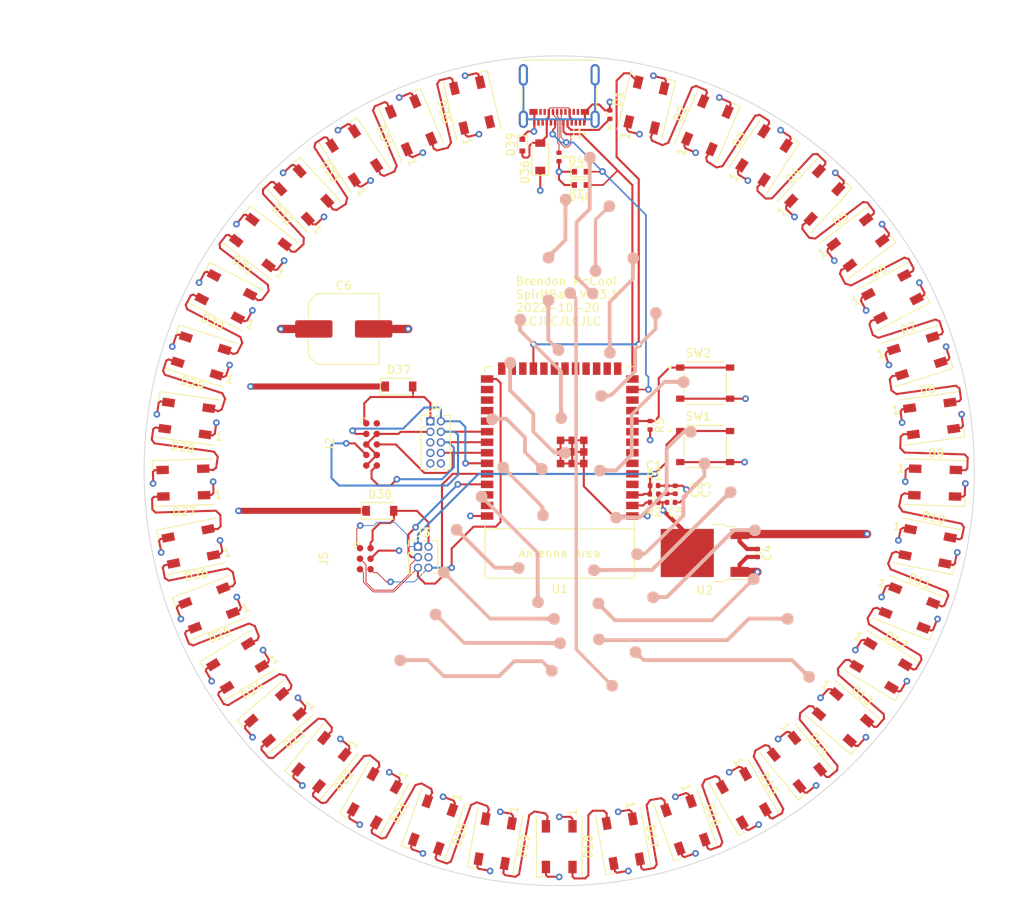
<source format=kicad_pcb>
(kicad_pcb (version 20211014) (generator pcbnew)
  (layers (0 "F.Cu" signal) (1 "In1.Cu" power "Ground") (2 "In2.Cu" power "Power") (31 "B.Cu" signal) (34 "B.Paste" user) (35 "F.Paste" user) (36 "B.SilkS" user "B.Silkscreen") (37 "F.SilkS" user "F.Silkscreen") (38 "B.Mask" user) (39 "F.Mask" user) (44 "Edge.Cuts" user))
  (net 0 "")
  (net 1 "GND")
  (net 2 "EN{slash}CHIP_PU")
  (net 3 "/ESP32-S3/LED Data")
  (net 10 "Net-(R5-Pad1)")
  (net 28 "UART_0_TXD")
  (net 31 "+5V")
  (net 32 "+3.3V")
  (net 35 "UART_0_RXD")
  (net 36 "GPIO0{slash}BOOT")
  (net 45 "Net-(R2-Pad2)")
  (net 46 "USB_D-")
  (net 47 "USB_D+")
  (net 48 "Net-(D17-Pad2)")
  (net 49 "Net-(D37-Pad2)")
  (net 50 "Net-(D36-Pad2)")
  (net 51 "Net-(J1-PadA5)")
  (net 52 "Net-(J1-PadB5)")
  (net 53 "/ESP32-S3/Debug/ESP_TMS")
  (net 54 "/ESP32-S3/Debug/ESP_TCK")
  (net 55 "/ESP32-S3/Debug/ESP_TDO")
  (net 56 "/ESP32-S3/Debug/ESP_TDI")
  (net 59 "Net-(D18-Pad2)")
  (net 60 "Net-(D38-Pad2)")
  (net 61 "unconnected-(J1-PadS1)")
  (net 62 "Net-(D1-Pad2)")
  (net 63 "Net-(D2-Pad2)")
  (net 64 "Net-(D3-Pad2)")
  (net 65 "Net-(D4-Pad2)")
  (net 66 "Net-(D5-Pad2)")
  (net 67 "Net-(D6-Pad2)")
  (net 68 "Net-(D7-Pad2)")
  (net 69 "Net-(D8-Pad2)")
  (net 70 "Net-(D10-Pad4)")
  (net 71 "Net-(D10-Pad2)")
  (net 72 "Net-(D11-Pad2)")
  (net 73 "Net-(D12-Pad2)")
  (net 74 "Net-(D13-Pad2)")
  (net 75 "Net-(D14-Pad2)")
  (net 76 "Net-(D15-Pad2)")
  (net 77 "Net-(D16-Pad2)")
  (net 78 "Net-(D19-Pad2)")
  (net 79 "Net-(D20-Pad2)")
  (net 80 "Net-(D21-Pad2)")
  (net 81 "Net-(D22-Pad2)")
  (net 82 "Net-(D23-Pad2)")
  (net 83 "Net-(D24-Pad2)")
  (net 84 "Net-(D25-Pad2)")
  (net 85 "Net-(D26-Pad2)")
  (net 86 "Net-(D27-Pad2)")
  (net 87 "Net-(D28-Pad2)")
  (net 88 "Net-(D29-Pad2)")
  (net 89 "Net-(D30-Pad2)")
  (net 90 "Net-(D31-Pad2)")
  (net 91 "Net-(D32-Pad2)")
  (net 92 "Net-(D33-Pad2)")
  (net 93 "Net-(D34-Pad2)")
  (net 94 "/LEDs/LED Data Out")
  (footprint "Diode_SMD:D_SOD-123" (layer "F.Cu") (at 80.01 106.426)
    (fp_text reference "D38")
    (fp_text value "1N5819HW-7-F")
  )
  (footprint "LED_SMD:LED_WS2812B_PLCC4_5.0x5.0mm_P3.2mm" (layer "F.Cu") (at 70.821309 68.362037 132.8)
    (fp_text reference "D32")
    (fp_text value "WS2812B")
  )
  (footprint "MyParts:SW_TS-1187A-B-A-B" (layer "F.Cu") (at 119.1768 91.0336)
    (fp_text reference "SW2")
    (fp_text value "TS-1187A-B-A-B")
  )
  (footprint "LED_SMD:LED_WS2812B_PLCC4_5.0x5.0mm_P3.2mm" (layer "F.Cu") (at 130.230927 136.704985 -50.8)
    (fp_text reference "D14")
    (fp_text value "WS2812B")
  )
  (footprint "Capacitor_SMD:C_Elec_8x10.2" (layer "F.Cu") (at 75.6412 84.5058)
    (fp_text reference "C6")
    (fp_text value "1000uF")
  )
  (footprint "LED_SMD:LED_WS2812B_PLCC4_5.0x5.0mm_P3.2mm" (layer "F.Cu") (at 62.851999 125.066623 -148.8)
    (fp_text reference "D24")
    (fp_text value "WS2812B")
  )
  (footprint "Resistor_SMD:R_0402_1005Metric" (layer "F.Cu") (at 112.5474 96.1136 -90)
    (fp_text reference "R5")
    (fp_text value "10K")
  )
  (footprint "LED_SMD:LED_WS2812B_PLCC4_5.0x5.0mm_P3.2mm" (layer "F.Cu") (at 146.877647 103.022907 -1.8)
    (fp_text reference "D9")
    (fp_text value "WS2812B")
  )
  (footprint "LED_SMD:LED_WS2812B_PLCC4_5.0x5.0mm_P3.2mm" (layer "F.Cu") (at 116.795956 144.275202 -70.4)
    (fp_text reference "D16")
    (fp_text value "WS2812B")
  )
  (footprint "Capacitor_SMD:C_0402_1005Metric" (layer "F.Cu") (at 125.476 111.506 -90)
    (fp_text reference "C4")
    (fp_text value "10uF")
  )
  (footprint "Diode_SMD:D_SOD-123" (layer "F.Cu") (at 99.314 63.754 90)
    (fp_text reference "D36")
    (fp_text value "1N5819HW-7-F")
  )
  (footprint "LED_SMD:LED_WS2812B_PLCC4_5.0x5.0mm_P3.2mm" (layer "F.Cu") (at 101.6 146.9 -90)
    (fp_text reference "D18")
    (fp_text value "WS2812B")
  )
  (footprint "LED_SMD:LED_WS2812B_PLCC4_5.0x5.0mm_P3.2mm" (layer "F.Cu") (at 112.09818 57.533253 76.6)
    (fp_text reference "D1")
    (fp_text value "WS2812B")
  )
  (footprint "Diode_SMD:D_SOD-523" (layer "F.Cu") (at 97.155 62.357 -90)
    (fp_text reference "D39")
    (fp_text value "LESD5Z5.0CT1G")
  )
  (footprint "LED_SMD:LED_WS2812B_PLCC4_5.0x5.0mm_P3.2mm" (layer "F.Cu") (at 56.322353 103.022907 -178.2)
    (fp_text reference "D27")
    (fp_text value "WS2812B")
  )
  (footprint "Capacitor_SMD:C_0402_1005Metric" (layer "F.Cu") (at 115.062 105.41)
    (fp_text reference "C5")
    (fp_text value "22uF")
  )
  (footprint "LED_SMD:LED_WS2812B_PLCC4_5.0x5.0mm_P3.2mm" (layer "F.Cu") (at 143.776828 118.128918 -21.4)
    (fp_text reference "D11")
    (fp_text value "WS2812B")
  )
  (footprint "LED_SMD:LED_WS2812B_PLCC4_5.0x5.0mm_P3.2mm" (layer "F.Cu") (at 79.36206 141.065985 -119.4)
    (fp_text reference "D21")
    (fp_text value "WS2812B")
  )
  (footprint "Resistor_SMD:R_0402_1005Metric" (layer "F.Cu") (at 113.03 105.41 180)
    (fp_text reference "R2")
    (fp_text value "0k")
  )
  (footprint "Diode_SMD:D_SOD-523" (layer "F.Cu") (at 104.1404 67.1576)
    (fp_text reference "D40")
    (fp_text value "LESD5Z5.0CT1G")
  )
  (footprint "LED_SMD:LED_WS2812B_PLCC4_5.0x5.0mm_P3.2mm" (layer "F.Cu") (at 126.272148 63.608224 57)
    (fp_text reference "D3")
    (fp_text value "WS2812B")
  )
  (footprint "LED_SMD:LED_WS2812B_PLCC4_5.0x5.0mm_P3.2mm" (layer "F.Cu") (at 67.411656 131.319474 -139)
    (fp_text reference "D23")
    (fp_text value "WS2812B")
  )
  (footprint "LED_SMD:LED_WS2812B_PLCC4_5.0x5.0mm_P3.2mm" (layer "F.Cu") (at 132.378691 68.362037 47.2)
    (fp_text reference "D4")
    (fp_text value "WS2812B")
  )
  (footprint "LED_SMD:LED_WS2812B_PLCC4_5.0x5.0mm_P3.2mm" (layer "F.Cu") (at 91.10182 57.533253 103.4)
    (fp_text reference "D35")
    (fp_text value "WS2812B")
  )
  (footprint "LED_SMD:LED_WS2812B_PLCC4_5.0x5.0mm_P3.2mm" (layer "F.Cu") (at 145.974759 110.70883 -11.6)
    (fp_text reference "D10")
    (fp_text value "WS2812B")
  )
  (footprint "LED_SMD:LED_WS2812B_PLCC4_5.0x5.0mm_P3.2mm" (layer "F.Cu") (at 119.445568 59.963169 66.8)
    (fp_text reference "D2")
    (fp_text value "WS2812B")
  )
  (footprint "Connector:Tag-Connect_TC2030-IDC-FP_2x03_P1.27mm_Vertical" (layer "F.Cu") (at 78.236283 112.194896 -90)
    (fp_text reference "J5")
    (fp_text value "TAG_CONNECT_DBG")
  )
  (footprint "Capacitor_SMD:C_0402_1005Metric" (layer "F.Cu") (at 115.57 103.886 90)
    (fp_text reference "C3")
    (fp_text value "0.1uF")
  )
  (footprint "LED_SMD:LED_WS2812B_PLCC4_5.0x5.0mm_P3.2mm" (layer "F.Cu") (at 76.927852 63.608223 123)
    (fp_text reference "D33")
    (fp_text value "WS2812B")
  )
  (footprint "LED_SMD:LED_WS2812B_PLCC4_5.0x5.0mm_P3.2mm" (layer "F.Cu") (at 137.586982 74.085875 37.4)
    (fp_text reference "D5")
    (fp_text value "WS2812B")
  )
  (footprint "Resistor_SMD:R_0402_1005Metric" (layer "F.Cu") (at 101.5746 63.7794 90)
    (fp_text reference "R4")
    (fp_text value "5.1k")
  )
  (footprint "LED_SMD:LED_WS2812B_PLCC4_5.0x5.0mm_P3.2mm" (layer "F.Cu") (at 144.731461 87.752003 17.8)
    (fp_text reference "D7")
    (fp_text value "WS2812B")
  )
  (footprint "Resistor_SMD:R_0402_1005Metric" (layer "F.Cu") (at 113.028 104.394)
    (fp_text reference "R1")
    (fp_text value "10K")
  )
  (footprint "Diode_SMD:D_SOD-123" (layer "F.Cu") (at 82.296 91.44)
    (fp_text reference "D37")
    (fp_text value "1N5819HW-7-F")
  )
  (footprint "Capacitor_SMD:C_0402_1005Metric" (layer "F.Cu") (at 113.028 103.378)
    (fp_text reference "C1")
    (fp_text value "1uF")
  )
  (footprint "LED_SMD:LED_WS2812B_PLCC4_5.0x5.0mm_P3.2mm" (layer "F.Cu") (at 146.459143 95.295459 8)
    (fp_text reference "D8")
    (fp_text value "WS2812B")
  )
  (footprint "Capacitor_SMD:C_0402_1005Metric" (layer "F.Cu") (at 114.554 103.886 90)
    (fp_text reference "C2")
    (fp_text value "10uF")
  )
  (footprint "LED_SMD:LED_WS2812B_PLCC4_5.0x5.0mm_P3.2mm" (layer "F.Cu") (at 141.745022 80.61269 27.6)
    (fp_text reference "D6")
    (fp_text value "WS2812B")
  )
  (footprint "LED_SMD:LED_WS2812B_PLCC4_5.0x5.0mm_P3.2mm" (layer "F.Cu") (at 65.613018 74.085875 142.6)
    (fp_text reference "D31")
    (fp_text value "WS2812B")
  )
  (footprint "LED_SMD:LED_WS2812B_PLCC4_5.0x5.0mm_P3.2mm" (layer "F.Cu") (at 109.31049 146.238978 -80.2)
    (fp_text reference "D17")
    (fp_text value "WS2812B")
  )
  (footprint "Connector:Tag-Connect_TC2050-IDC-FP_2x05_P1.27mm_Vertical" (layer "F.Cu") (at 78.994 98.425 -90)
    (fp_text reference "J2")
    (fp_text value "TAG_CONNECT_JTAG")
  )
  (footprint "LED_SMD:LED_WS2812B_PLCC4_5.0x5.0mm_P3.2mm" (layer "F.Cu") (at 57.225241 110.70883 -168.4)
    (fp_text reference "D26")
    (fp_text value "WS2812B")
  )
  (footprint "Resistor_SMD:R_0402_1005Metric" (layer "F.Cu") (at 107.696 58.674 -90)
    (fp_text reference "R3")
    (fp_text value "5.1k")
  )
  (footprint "Connector_PinHeader_1.27mm:PinHeader_2x03_P1.27mm_Vertical" (layer "F.Cu") (at 84.582 110.744)
    (fp_text reference "J3")
    (fp_text value "HEADER_DBG")
  )
  (footprint "Diode_SMD:D_SOD-523" (layer "F.Cu") (at 104.14 65.5574)
    (fp_text reference "D41")
    (fp_text value "LESD5Z5.0CT1G")
  )
  (footprint "LED_SMD:LED_WS2812B_PLCC4_5.0x5.0mm_P3.2mm" (layer "F.Cu") (at 61.454978 80.61269 152.4)
    (fp_text reference "D30")
    (fp_text value "WS2812B")
  )
  (footprint "LED_SMD:LED_WS2812B_PLCC4_5.0x5.0mm_P3.2mm" (layer "F.Cu") (at 86.404044 144.275202 -109.6)
    (fp_text reference "D20")
    (fp_text value "WS2812B")
  )
  (footprint "LED_SMD:LED_WS2812B_PLCC4_5.0x5.0mm_P3.2mm" (layer "F.Cu") (at 140.348001 125.066623 -31.2)
    (fp_text reference "D12")
    (fp_text value "WS2812B")
  )
  (footprint "MCU_Espressif:ESP32-S3-WROOM-1" (layer "F.Cu") (at 101.6615 98.786971 180)
    (fp_text reference "U1")
    (fp_text value "ESP32-S3-WROOM-1")
  )
  (footprint "MyParts:USB_C_MOLEX_105450-0101" (layer "F.Cu") (at 101.6 55.88 180)
    (fp_text reference "J1")
    (fp_text value "105450-0101")
  )
  (footprint "Package_TO_SOT_SMD:TO-252-2" (layer "F.Cu") (at 119.126 111.506 180)
    (fp_text reference "U2")
    (fp_text value "AZ1117CD-3.3TRG1")
  )
  (footprint "Connector_PinHeader_1.27mm:PinHeader_2x05_P1.27mm_Vertical" (layer "F.Cu") (at 86.077435 95.634251)
    (fp_text reference "J4")
    (fp_text value "HEADER_JTAG")
  )
  (footprint "MyParts:SW_TS-1187A-B-A-B" (layer "F.Cu") (at 119.1768 98.679)
    (fp_text reference "SW1")
    (fp_text value "TS-1187A-B-A-B")
  )
  (footprint "LED_SMD:LED_WS2812B_PLCC4_5.0x5.0mm_P3.2mm" (layer "F.Cu") (at 135.788344 131.319474 -41)
    (fp_text reference "D13")
    (fp_text value "WS2812B")
  )
  (footprint "LED_SMD:LED_WS2812B_PLCC4_5.0x5.0mm_P3.2mm" (layer "F.Cu") (at 56.740857 95.295459 172)
    (fp_text reference "D28")
    (fp_text value "WS2812B")
  )
  (footprint "LED_SMD:LED_WS2812B_PLCC4_5.0x5.0mm_P3.2mm" (layer "F.Cu") (at 83.754432 59.963169 113.2)
    (fp_text reference "D34")
    (fp_text value "WS2812B")
  )
  (footprint "LED_SMD:LED_WS2812B_PLCC4_5.0x5.0mm_P3.2mm" (layer "F.Cu") (at 93.88951 146.238978 -99.8)
    (fp_text reference "D19")
    (fp_text value "WS2812B")
  )
  (footprint "LED_SMD:LED_WS2812B_PLCC4_5.0x5.0mm_P3.2mm" (layer "F.Cu") (at 59.423172 118.128918 -158.6)
    (fp_text reference "D25")
    (fp_text value "WS2812B")
  )
  (footprint "LED_SMD:LED_WS2812B_PLCC4_5.0x5.0mm_P3.2mm" (layer "F.Cu") (at 58.468539 87.752003 162.2)
    (fp_text reference "D29")
    (fp_text value "WS2812B")
  )
  (footprint "LED_SMD:LED_WS2812B_PLCC4_5.0x5.0mm_P3.2mm" (layer "F.Cu") (at 72.969073 136.704985 -129.2)
    (fp_text reference "D22")
    (fp_text value "WS2812B")
  )
  (footprint "LED_SMD:LED_WS2812B_PLCC4_5.0x5.0mm_P3.2mm" (layer "F.Cu") (at 123.83794 141.065985 -60.6)
    (fp_text reference "D15")
    (fp_text value "WS2812B")
  )
  (footprint "LOGO" (layer "B.Cu") (at 106.3752 95.5802 180)
    (fp_text reference "G***" hide)
    (fp_text value "LOGO" hide)
  )
  (gr_circle (center 101.6 101.6) (end 151.6 101.6) (layer "Edge.Cuts") (width 0.1) (fill none))
  (gr_text "Brendon McCool\nSpiritBall V0.3.1\n2022-10-20\nJLCJLCJLCJLC" (at 96.266 81.153) (layer "F.SilkS") (effects (font (size 1 1)) (justify left)))
  (segment (start 52.856382 101.53104) (end 53.823304 101.500653) (width 0.25) (layer "F.Cu") (net 1))
  (segment (start 98.552 60.706) (end 98.6028 60.6552) (width 0.25) (layer "F.Cu") (net 1))
  (segment (start 69.673354 64.767482) (end 70.330645 65.477292) (width 0.25) (layer "F.Cu") (net 1))
  (segment (start 146.374816 120.865538) (end 145.474113 120.512556) (width 0.25) (layer "F.Cu") (net 1))
  (segment (start 104.5615 97.926971) (end 104.5615 99.326971) (width 0.25) (layer "F.Cu") (net 1))
  (segment (start 148.605607 87.975388) (end 148.474381 88.230727) (width 0.25) (layer "F.Cu") (net 1))
  (segment (start 109.901687 149.810872) (end 108.550102 150.044332) (width 0.25) (layer "F.Cu") (net 1))
  (segment (start 150.45238 104.532938) (end 150.243104 104.729462) (width 0.25) (layer "F.Cu") (net 1))
  (segment (start 108.315511 149.878846) (end 108.150851 148.925563) (width 0.25) (layer "F.Cu") (net 1))
  (segment (start 102.235 67.1576) (end 103.4804 67.1576) (width 0.25) (layer "F.Cu") (net 1))
  (segment (start 107.1098 58.164) (end 106.4006 57.4548) (width 0.25) (layer "F.Cu") (net 1))
  (segment (start 150.065963 96.404278) (end 149.107978 96.538914) (width 0.25) (layer "F.Cu") (net 1))
  (segment (start 59.031555 125.747144) (end 59.100034 125.468346) (width 0.25) (layer "F.Cu") (net 1))
  (segment (start 97.8154 60.706) (end 98.552 60.706) (width 0.25) (layer "F.Cu") (net 1))
  (segment (start 82.35155 56.625525) (end 83.612235 56.085194) (width 0.25) (layer "F.Cu") (net 1))
  (segment (start 123.326 112.894) (end 123.326 113.786) (width 0.5) (layer "F.Cu") (net 1))
  (segment (start 124.234 111.986) (end 123.326 112.894) (width 0.5) (layer "F.Cu") (net 1))
  (segment (start 101.7615 99.326971) (end 101.7615 97.926971) (width 0.25) (layer "F.Cu") (net 1))
  (segment (start 149.516106 111.461694) (end 149.240308 112.805279) (width 0.25) (layer "F.Cu") (net 1))
  (segment (start 122.155828 57.185869) (end 122.262443 57.452423) (width 0.25) (layer "F.Cu") (net 1))
  (segment (start 104.5615 99.326971) (end 103.1615 99.326971) (width 0.25) (layer "F.Cu") (net 1))
  (segment (start 114.296168 54.335167) (end 114.446597 54.579685) (width 0.25) (layer "F.Cu") (net 1))
  (segment (start 101.7615 97.926971) (end 103.1615 97.926971) (width 0.25) (layer "F.Cu") (net 1))
  (segment (start 103.1615 99.326971) (end 101.7615 99.326971) (width 0.25) (layer "F.Cu") (net 1))
  (segment (start 59.167739 77.611496) (end 60.025052 78.059689) (width 0.25) (layer "F.Cu") (net 1))
  (segment (start 53.673679 111.411931) (end 53.39788 110.068346) (width 0.25) (layer "F.Cu") (net 1))
  (segment (start 98.6028 59.6472) (end 98.6 59.65) (width 0.25) (layer "F.Cu") (net 1))
  (segment (start 63.782817 132.353955) (end 64.512923 131.719284) (width 0.25) (layer "F.Cu") (net 1))
  (segment (start 98.6028 58.4528) (end 98.6028 59.6472) (width 0.25) (layer "F.Cu") (net 1))
  (segment (start 103.48 65.5574) (end 101.5746 65.5574) (width 0.25) (layer "F.Cu") (net 1))
  (segment (start 52.659859 101.740316) (end 52.856382 101.53104) (width 0.25) (layer "F.Cu") (net 1))
  (segment (start 103.1615 99.326971) (end 103.1615 97.926971) (width 0.25) (layer "F.Cu") (net 1))
  (segment (start 150.243104 104.729461) (end 149.276182 104.699074) (width 0.25) (layer "F.Cu") (net 1))
  (segment (start 53.579391 93.235419) (end 54.537376 93.370055) (width 0.25) (layer "F.Cu") (net 1))
  (segment (start 149.240307 112.805279) (end 149.000635 112.963314) (width 0.25) (layer "F.Cu") (net 1))
  (segment (start 101.7615 99.326971) (end 101.7615 100.726971) (width 0.25) (layer "F.Cu") (net 1))
  (segment (start 83.873521 147.217201) (end 83.75038 146.957867) (width 0.25) (layer "F.Cu") (net 1))
  (segment (start 58.893791 77.697346) (end 59.167739 77.611495) (width 0.25) (layer "F.Cu") (net 1))
  (segment (start 79.2412 84.5058) (end 83.4136 84.5058) (width 1) (layer "F.Cu") (net 1))
  (segment (start 113.536 103.406) (end 113.508 103.378) (width 0.25) (layer "F.Cu") (net 1))
  (segment (start 116.435036 148.031312) (end 116.11052 147.119966) (width 0.25) (layer "F.Cu") (net 1))
  (segment (start 141.273616 73.281292) (end 140.505099 73.868867) (width 0.25) (layer "F.Cu") (net 1))
  (segment (start 100.203 150.5204) (end 100 150.3174) (width 0.25) (layer "F.Cu") (net 1))
  (segment (start 122.1814 100.5586) (end 122.1768 100.554) (width 0.25) (layer "F.Cu") (net 1))
  (segment (start 112.961909 54.017301) (end 114.296168 54.335166) (width 0.25) (layer "F.Cu") (net 1))
  (segment (start 122.262442 57.452423) (end 121.881343 58.341594) (width 0.25) (layer "F.Cu") (net 1))
  (segment (start 145.600658 80.173399) (end 145.514808 80.447347) (width 0.25) (layer "F.Cu") (net 1))
  (segment (start 132.499443 139.526648) (end 131.43653 140.393539) (width 0.25) (layer "F.Cu") (net 1))
  (segment (start 114.554 103.406) (end 113.536 103.406) (width 0.25) (layer "F.Cu") (net 1))
  (segment (start 93.248254 149.802226) (end 91.896669 149.568767) (width 0.25) (layer "F.Cu") (net 1))
  (segment (start 59.74208 126.920362) (end 59.031554 125.747145) (width 0.25) (layer "F.Cu") (net 1))
  (segment (start 69.598276 138.627649) (end 69.569264 138.342033) (width 0.25) (layer "F.Cu") (net 1))
  (segment (start 101.5746 150.5204) (end 100.203 150.5204) (width 0.25) (layer "F.Cu") (net 1))
  (segment (start 110.419084 107.054555) (end 110.4115 107.046971) (width 0.25) (layer "F.Cu") (net 1))
  (segment (start 97.155 61.3664) (end 97.8154 60.706) (width 0.25) (layer "F.Cu") (net 1))
  (segment (start 143.431604 126.963815) (end 142.721079 128.137032) (width 0.25) (layer "F.Cu") (net 1))
  (segment (start 101.5746 66.4972) (end 102.235 67.1576) (width 0.25) (layer "F.Cu") (net 1))
  (segment (start 63.869987 70.739165) (end 64.638503 71.32674) (width 0.25) (layer "F.Cu") (net 1))
  (segment (start 125.47 113.786) (end 125.476 113.792) (width 0.25) (layer "F.Cu") (net 1))
  (segment (start 82.239186 97.155) (end 82.484322 96.909864) (width 0.25) (layer "F.Cu") (net 1))
  (segment (start 125.593079 144.232598) (end 124.398123 144.905922) (width 0.25) (layer "F.Cu") (net 1))
  (segment (start 55.657578 117.886159) (end 56.558281 117.533177) (width 0.25) (layer "F.Cu") (net 1))
  (segment (start 138.504031 133.71384) (end 137.604181 134.749) (width 0.25) (layer "F.Cu") (net 1))
  (segment (start 76.408475 59.870728) (end 76.935358 60.682058) (width 0.25) (layer "F.Cu") (net 1))
  (segment (start 123.326 113.786) (end 125.47 113.786) (width 1) (layer "F.Cu") (net 1))
  (segment (start 76.127663 59.81104) (end 76.408475 59.870728) (width 0.25) (layer "F.Cu") (net 1))
  (segment (start 97.155 61.697) (end 97.155 61.3664) (width 0.25) (layer "F.Cu") (net 1))
  (segment (start 69.569264 138.342034) (end 70.180689 137.592353) (width 0.25) (layer "F.Cu") (net 1))
  (segment (start 103.1615 97.926971) (end 104.5615 97.926971) (width 0.25) (layer "F.Cu") (net 1))
  (segment (start 58.258334 78.912863) (end 58.89379 77.697346) (width 0.25) (layer "F.Cu") (net 1))
  (segment (start 56.043109 119.426269) (end 55.542644 118.149233) (width 0.25) (layer "F.Cu") (net 1))
  (segment (start 98.6028 59.6528) (end 98.6 59.65) (width 0.25) (layer "F.Cu") (net 1))
  (segment (start 112.215944 107.054555) (end 110.419084 107.054555) (width 0.25) (layer "F.Cu") (net 1))
  (segment (start 82.484322 96.909864) (end 86.071822 96.909864) (width 0.25) (layer "F.Cu") (net 1))
  (segment (start 62.752346 71.866752) (end 63.585422 70.777133) (width 0.25) (layer "F.Cu") (net 1))
  (segment (start 149.000635 112.963314) (end 148.052994 112.768791) (width 0.25) (layer "F.Cu") (net 1))
  (segment (start 148.474381 88.230727) (end 147.553291 88.526456) (width 0.25) (layer "F.Cu") (net 1))
  (segment (start 124.398122 144.90592) (end 124.121612 144.828718) (width 0.25) (layer "F.Cu") (net 1))
  (segment (start 100 150.3174) (end 100 149.35) (width 0.25) (layer "F.Cu") (net 1))
  (segment (start 108.550102 150.044331) (end 108.315512 149.878846) (width 0.25) (layer "F.Cu") (net 1))
  (segment (start 137.60418 134.748999) (end 137.317794 134.769025) (width 0.25) (layer "F.Cu") (net 1))
  (segment (start 147.138355 119.473567) (end 146.63789 120.750603) (width 0.25) (layer "F.Cu") (net 1))
  (segment (start 104.7 58.35) (end 104.7 59.55) (width 0.25) (layer "F.Cu") (net 1))
  (segment (start 101.7615 100.726971) (end 103.1615 100.726971) (width 0.25) (layer "F.Cu") (net 1))
  (segment (start 79.848832 111.217347) (end 82.300283 111.217347) (width 0.25) (layer "F.Cu") (net 1))
  (segment (start 76.367706 143.534335) (end 76.290503 143.257825) (width 0.25) (layer "F.Cu") (net 1))
  (segment (start 63.585423 70.777134) (end 63.869986 70.739165) (width 0.25) (layer "F.Cu") (net 1))
  (segment (start 122.1768 92.9086) (end 116.1768 92.9086) (width 0.25) (layer "F.Cu") (net 1))
  (segment (start 77.562663 144.207659) (end 76.367706 143.534336) (width 0.25) (layer "F.Cu") (net 1))
  (segment (start 85.165646 147.677307) (end 83.87352 147.217202) (width 0.25) (layer "F.Cu") (net 1))
  (segment (start 52.702941 103.111239) (end 52.659858 101.740316) (width 0.25) (layer "F.Cu") (net 1))
  (segment (start 150.047845 94.816749) (end 150.238735 96.175) (width 0.25) (layer "F.Cu") (net 1))
  (segment (start 78.359 100.965) (end 79.629 99.695) (width 0.25) (layer "F.Cu") (net 1))
  (segment (start 145.514808 80.447348) (end 144.657495 80.89554) (width 0.25) (layer "F.Cu") (net 1))
  (segment (start 141.311585 72.996728) (end 141.273617 73.281291) (width 0.25) (layer "F.Cu") (net 1))
  (segment (start 69.38648 64.756462) (end 69.673354 64.767482) (width 0.25) (layer "F.Cu") (net 1))
  (segment (start 134.857178 65.722899) (end 135.863562 66.65482) (width 0.25) (layer "F.Cu") (net 1))
  (segment (start 98.6028 60.6552) (end 98.6028 59.6528) (width 0.25) (layer "F.Cu") (net 1))
  (segment (start 125.476 111.986) (end 124.234 111.986) (width 0.5) (layer "F.Cu") (net 1))
  (segment (start 122.1768 100.554) (end 116.1768 100.554) (width 0.25) (layer "F.Cu") (net 1))
  (segment (start 128.265262 60.585734) (end 129.415582 61.33276) (width 0.25) (layer "F.Cu") (net 1))
  (segment (start 70.66119 139.494541) (end 69.598276 138.62765) (width 0.25) (layer "F.Cu") (net 1))
  (segment (start 76.290503 143.257826) (end 76.765403 142.415014) (width 0.25) (layer "F.Cu") (net 1))
  (segment (start 116.694371 148.154453) (end 116.435037 148.031312) (width 0.25) (layer "F.Cu") (net 1))
  (segment (start 116.9162 103.8606) (end 116.459 103.4034) (width 0.25) (layer "F.Cu") (net 1))
  (segment (start 68.380096 65.688383) (end 69.386479 64.756461) (width 0.25) (layer "F.Cu") (net 1))
  (segment (start 116.9162 104.6226) (end 116.1288 105.41) (width 0.25) (layer "F.Cu") (net 1))
  (segment (start 91.896668 149.568766) (end 91.731182 149.334176) (width 0.25) (layer "F.Cu") (net 1))
  (segment (start 135.874582 66.941695) (end 135.217291 67.651505) (width 0.25) (layer "F.Cu") (net 1))
  (segment (start 74.977343 60.558066) (end 76.127663 59.811039) (width 0.25) (layer "F.Cu") (net 1))
  (segment (start 115.57 103.406) (end 114.554 103.406) (width 0.25) (layer "F.Cu") (net 1))
  (segment (start 129.415582 61.332761) (end 129.475271 61.613573) (width 0.25) (layer "F.Cu") (net 1))
  (segment (start 105.5952 57.4548) (end 104.7 58.35) (width 0.25) (layer "F.Cu") (net 1))
  (segment (start 108.139171 107.046971) (end 104.5615 103.4693) (width 0.25) (layer "F.Cu") (net 1))
  (segment (start 83.750379 146.957867) (end 84.074895 146.046521) (width 0.25) (layer "F.Cu") (net 1))
  (segment (start 53.555916 109.828673) (end 54.503557 109.63415) (width 0.25) (layer "F.Cu") (net 1))
  (segment (start 55.029214 86.621079) (end 55.448505 85.315139) (width 0.25) (layer "F.Cu") (net 1))
  (segment (start 59.100034 125.468346) (end 59.927513 124.967207) (width 0.25) (layer "F.Cu") (net 1))
  (segment (start 55.448506 85.315139) (end 55.703844 85.183913) (width 0.25) (layer "F.Cu") (net 1))
  (segment (start 83.878791 56.191809) (end 84.25989 57.08098) (width 0.25) (layer "F.Cu") (net 1))
  (segment (start 104.7 59.55) (end 104.6 59.65) (width 0.25) (layer "F.Cu") (net 1))
  (segment (start 116.1288 105.41) (end 115.542 105.41) (width 0.25) (layer "F.Cu") (net 1))
  (segment (start 55.542644 118.149233) (end 55.657578 117.886159) (width 0.25) (layer "F.Cu") (net 1))
  (segment (start 114.446597 54.579685) (end 114.222404 55.520748) (width 0.25) (layer "F.Cu") (net 1))
  (segment (start 140.478509 71.907109) (end 141.311586 72.996728) (width 0.25) (layer "F.Cu") (net 1))
  (segment (start 135.863561 66.654821) (end 135.874582 66.941695) (width 0.25) (layer "F.Cu") (net 1))
  (segment (start 115.5726 103.4034) (end 115.57 103.406) (width 0.25) (layer "F.Cu") (net 1))
  (segment (start 122.177334 92.908066) (end 122.1768 92.9086) (width 0.25) (layer "F.Cu") (net 1))
  (segment (start 131.150913 140.364528) (end 130.539488 139.614847) (width 0.25) (layer "F.Cu") (net 1))
  (segment (start 148.186316 86.669448) (end 148.605608 87.975388) (width 0.25) (layer "F.Cu") (net 1))
  (segment (start 104.5615 103.4693) (end 104.5615 100.726971) (width 0.25) (layer "F.Cu") (net 1))
  (segment (start 116.459 103.4034) (end 115.5726 103.4034) (width 0.25) (layer "F.Cu") (net 1))
  (segment (start 137.317794 134.769026) (end 136.587688 134.134355) (width 0.25) (layer "F.Cu") (net 1))
  (segment (start 146.63789 120.750603) (end 146.374816 120.865538) (width 0.25) (layer "F.Cu") (net 1))
  (segment (start 53.350115 93.408192) (end 53.579391 93.235419) (width 0.25) (layer "F.Cu") (net 1))
  (segment (start 53.397881 110.068346) (end 53.555916 109.828673) (width 0.25) (layer "F.Cu") (net 1))
  (segment (start 106.4006 57.4548) (end 105.5952 57.4548) (width 0.25) (layer "F.Cu") (net 1))
  (segment (start 120.895142 56.645537) (end 122.155828 57.185867) (width 0.25) (layer "F.Cu") (net 1))
  (segment (start 91.621768 53.687663) (end 91.866286 53.838091) (width 0.25) (layer "F.Cu") (net 1))
  (segment (start 123.9266 100.5586) (end 122.1814 100.5586) (width 0.25) (layer "F.Cu") (net 1))
  (segment (start 142.44228 128.205512) (end 141.614801 127.704373) (width 0.25) (layer "F.Cu") (net 1))
  (segment (start 107.696 58.164) (end 107.696 57.15) (width 0.25) (layer "F.Cu") (net 1))
  (segment (start 117.986497 147.694348) (end 116.694372 148.154454) (width 0.25) (layer "F.Cu") (net 1))
  (segment (start 104.5615 100.726971) (end 103.1615 100.726971) (width 0.25) (layer "F.Cu") (net 1))
  (segment (start 79.629 97.155) (end 78.359 98.425) (width 0.25) (layer "F.Cu") (net 1))
  (segment (start 90.917971 107.046971) (end 90.9066 107.0356) (width 0.25) (layer "F.Cu") (net 1))
  (segment (start 101.5746 64.2894) (end 101.5746 65.5574) (width 0.25) (layer "F.Cu") (net 1))
  (segment (start 90.287509 54.005528) (end 91.621768 53.687662) (width 0.25) (layer "F.Cu") (net 1))
  (segment (start 101.5746 65.5574) (end 101.5746 66.4972) (width 0.25) (layer "F.Cu") (net 1))
  (segment (start 107.696 58.164) (end 107.1098 58.164) (width 0.25) (layer "F.Cu") (net 1))
  (segment (start 83.612236 56.085195) (end 83.878791 56.191809) (width 0.25) (layer "F.Cu") (net 1))
  (segment (start 91.866286 53.838092) (end 92.090479 54.779155) (width 0.25) (layer "F.Cu") (net 1))
  (segment (start 150.495463 103.162015) (end 150.45238 104.532938) (width 0.25) (layer "F.Cu") (net 1))
  (segment (start 144.965202 78.957882) (end 145.600659 80.173398) (width 0.25) (layer "F.Cu") (net 1))
  (segment (start 110.4115 107.046971) (end 108.139171 107.046971) (width 0.25) (layer "F.Cu") (net 1))
  (segment (start 55.703844 85.183912) (end 56.624934 85.479642) (width 0.25) (layer "F.Cu") (net 1))
  (segment (start 116.9162 103.8606) (end 116.9162 104.6226) (width 0.25) (layer "F.Cu") (net 1))
  (segment (start 64.662641 133.675501) (end 63.762791 132.640342) (width 0.25) (layer "F.Cu") (net 1))
  (segment (start 142.721078 128.137032) (end 142.44228 128.205512) (width 0.25) (layer "F.Cu") (net 1))
  (segment (start 150.238735 96.175001) (end 150.065963 96.404278) (width 0.25) (layer "F.Cu") (net 1))
  (segment (start 91.731183 149.334176) (end 91.895844 148.380893) (width 0.25) (layer "F.Cu") (net 1))
  (segment (start 104.5615 100.726971) (end 104.5615 99.326971) (width 0.25) (layer "F.Cu") (net 1))
  (segment (start 79.629 97.155) (end 82.239186 97.155) (width 0.25) (layer "F.Cu") (net 1))
  (segment (start 103.1615 99.326971) (end 103.1615 100.726971) (width 0.25) (layer "F.Cu") (net 1))
  (segment (start 53.159225 94.766443) (end 53.350114 93.408192) (width 0.25) (layer "F.Cu") (net 1))
  (segment (start 124.041011 92.908066) (end 122.177334 92.908066) (width 0.25) (layer "F.Cu") (net 1))
  (segment (start 124.121612 144.828718) (end 123.646712 143.985906) (width 0.25) (layer "F.Cu") (net 1))
  (segment (start 129.475271 61.613573) (end 128.948387 62.424903) (width 0.25) (layer "F.Cu") (net 1))
  (segment (start 92.9115 107.046971) (end 90.917971 107.046971) (width 0.25) (layer "F.Cu") (net 1))
  (segment (start 78.871283 112.194896) (end 79.848832 111.217347) (width 0.25) (layer "F.Cu") (net 1))
  (segment (start 63.762791 132.640341) (end 63.782817 132.353955) (width 0.25) (layer "F.Cu") (net 1))
  (segment (start 78.359 98.425) (end 79.629 99.695) (width 0.25) (layer "F.Cu") (net 1))
  (segment (start 131.436529 140.393539) (end 131.150913 140.364528) (width 0.25) (layer "F.Cu") (net 1))
  (segment (start 86.071822 96.909864) (end 86.077435 96.904251) (width 0.25) (layer "F.Cu") (net 1))
  (via (at 59.733511 126.955246) (size 0.8) (drill 0.4) (layers "F.Cu" "B.Cu") (net 1))
  (via (at 85.181054 147.709756) (size 0.8) (drill 0.4) (layers "F.Cu" "B.Cu") (net 1))
  (via (at 68.344202 65.687004) (size 0.8) (drill 0.4) (layers "F.Cu" "B.Cu") (net 1))
  (via (at 83.4136 84.5058) (size 0.8) (drill 0.4) (layers "F.Cu" "B.Cu") (net 1))
  (via (at 53.653905 111.441919) (size 0.8) (drill 0.4) (layers "F.Cu" "B.Cu") (net 1))
  (via (at 74.942207 60.550597) (size 0.8) (drill 0.4) (layers "F.Cu" "B.Cu") (net 1))
  (via (at 93.268959 149.831578) (size 0.8) (drill 0.4) (layers "F.Cu" "B.Cu") (net 1))
  (via (at 101.6 150.545801) (size 0.8) (drill 0.4) (layers "F.Cu" "B.Cu") (net 1))
  (via (at 134.855799 65.687005) (size 0.8) (drill 0.4) (layers "F.Cu" "B.Cu") (net 1))
  (via (at 123.9266 100.5586) (size 0.8) (drill 0.4) (layers "F.Cu" "B.Cu") (net 1))
  (via (at 148.202735 86.637499) (size 0.8) (drill 0.4) (layers "F.Cu" "B.Cu") (net 1))
  (via (at 64.660135 133.711334) (size 0.8) (drill 0.4) (layers "F.Cu" "B.Cu") (net 1))
  (via (at 107.696 57.15) (size 0.8) (drill 0.4) (layers "F.Cu" "B.Cu") (net 1))
  (via (at 125.627677 144.242258) (size 0.8) (drill 0.4) (layers "F.Cu" "B.Cu") (net 1))
  (via (at 124.041011 92.908066) (size 0.8) (drill 0.4) (layers "F.Cu" "B.Cu") (net 1))
  (via (at 90.256914 53.986706) (size 0.8) (drill 0.4) (layers "F.Cu" "B.Cu") (net 1))
  (via (at 138.539864 133.711335) (size 0.8) (drill 0.4) (layers "F.Cu" "B.Cu") (net 1))
  (via (at 143.466488 126.955247) (size 0.8) (drill 0.4) (layers "F.Cu" "B.Cu") (net 1))
  (via (at 56.028728 119.459186) (size 0.8) (drill 0.4) (layers "F.Cu" "B.Cu") (net 1))
  (via (at 150.069463 94.788062) (size 0.8) (drill 0.4) (layers "F.Cu" "B.Cu") (net 1))
  (via (at 82.318198 56.612185) (size 0.8) (drill 0.4) (layers "F.Cu" "B.Cu") (net 1))
  (via (at 90.9066 107.0356) (size 0.8) (drill 0.4) (layers "F.Cu" "B.Cu") (net 1))
  (via (at 58.224057 78.923604) (size 0.8) (drill 0.4) (layers "F.Cu" "B.Cu") (net 1))
  (via (at 118.018945 147.709756) (size 0.8) (drill 0.4) (layers "F.Cu" "B.Cu") (net 1))
  (via (at 120.881802 56.612185) (size 0.8) (drill 0.4) (layers "F.Cu" "B.Cu") (net 1))
  (via (at 132.53518 139.530279) (size 0.8) (drill 0.4) (layers "F.Cu" "B.Cu") (net 1))
  (via (at 70.66482 139.530278) (size 0.8) (drill 0.4) (layers "F.Cu" "B.Cu") (net 1))
  (via (at 54.997265 86.637498) (size 0.8) (drill 0.4) (layers "F.Cu" "B.Cu") (net 1))
  (via (at 149.546095 111.44192) (size 0.8) (drill 0.4) (layers "F.Cu" "B.Cu") (net 1))
  (via (at 109.93104 149.831578) (size 0.8) (drill 0.4) (layers "F.Cu" "B.Cu") (net 1))
  (via (at 112.215944 107.054555) (size 0.8) (drill 0.4) (layers "F.Cu" "B.Cu") (net 1))
  (via (at 140.48326 71.871504) (size 0.8) (drill 0.4) (layers "F.Cu" "B.Cu") (net 1))
  (via (at 53.130537 94.788061) (size 0.8) (drill 0.4) (layers "F.Cu" "B.Cu") (net 1))
  (via (at 62.716741 71.871503) (size 0.8) (drill 0.4) (layers "F.Cu" "B.Cu") (net 1))
  (via (at 52.678351 103.137424) (size 0.8) (drill 0.4) (layers "F.Cu" "B.Cu") (net 1))
  (via (at 116.9162 103.8606) (size 0.8) (drill 0.4) (layers "F.Cu" "B.Cu") (net 1))
  (via (at 147.171272 119.459187) (size 0.8) (drill 0.4) (layers "F.Cu" "B.Cu") (net 1))
  (via (at 77.572322 144.242257) (size 0.8) (drill 0.4) (layers "F.Cu" "B.Cu") (net 1))
  (via (at 128.257794 60.550598) (size 0.8) (drill 0.4) (layers "F.Cu" "B.Cu") (net 1))
  (via (at 125.476 113.792) (size 0.8) (drill 0.4) (layers "F.Cu" "B.Cu") (net 1))
  (via (at 98.552 60.706) (size 0.8) (drill 0.4) (layers "F.Cu" "B.Cu") (net 1))
  (via (at 82.300283 111.217347) (size 0.8) (drill 0.4) (layers "F.Cu" "B.Cu") (net 1))
  (via (at 150.521649 103.137425) (size 0.8) (drill 0.4) (layers "F.Cu" "B.Cu") (net 1))
  (via (at 144.975944 78.923605) (size 0.8) (drill 0.4) (layers "F.Cu" "B.Cu") (net 1))
  (via (at 101.5746 65.5574) (size 0.8) (drill 0.4) (layers "F.Cu" "B.Cu") (net 1))
  (via (at 112.943087 53.986706) (size 0.8) (drill 0.4) (layers "F.Cu" "B.Cu") (net 1))
  (segment (start 112.518 104.394) (end 111.77974 104.394) (width 0.25) (layer "F.Cu") (net 2))
  (segment (start 111.77974 104.394) (end 111.66358 104.51016) (width 0.25) (layer "F.Cu") (net 2))
  (segment (start 77.207584 110.531197) (end 77.207584 108.618816) (width 0.1) (layer "F.Cu") (net 2))
  (segment (start 114.5286 100.5586) (end 114.5286 98.4522) (width 0.25) (layer "F.Cu") (net 2))
  (segment (start 113.1062 101.981) (end 112.548 102.5392) (width 0.25) (layer "F.Cu") (net 2))
  (segment (start 112.548 104.364) (end 112.518 104.394) (width 0.25) (layer "F.Cu") (net 2))
  (segment (start 114.5286 98.4522) (end 116.1768 96.804) (width 0.25) (layer "F.Cu") (net 2))
  (segment (start 112.548 102.5392) (end 112.548 103.378) (width 0.25) (layer "F.Cu") (net 2))
  (segment (start 113.1062 101.981) (end 114.5286 100.5586) (width 0.25) (layer "F.Cu") (net 2))
  (segment (start 116.1768 96.804) (end 122.1768 96.804) (width 0.25) (layer "F.Cu") (net 2))
  (segment (start 77.207584 108.618816) (end 77.6224 108.204) (width 0.1) (layer "F.Cu") (net 2))
  (segment (start 112.548 103.378) (end 112.548 104.364) (width 0.25) (layer "F.Cu") (net 2))
  (segment (start 111.660391 104.506971) (end 110.4115 104.506971) (width 0.25) (layer "F.Cu") (net 2))
  (segment (start 77.601283 110.924896) (end 77.207584 110.531197) (width 0.1) (layer "F.Cu") (net 2))
  (segment (start 111.66358 104.51016) (end 111.660391 104.506971) (width 0.25) (layer "F.Cu") (net 2))
  (via (at 77.6224 108.204) (size 0.8) (drill 0.4) (layers "F.Cu" "B.Cu") (net 2))
  (via (at 113.1062 101.981) (size 0.8) (drill 0.4) (layers "F.Cu" "B.Cu") (net 2))
  (segment (start 81.788 107.823) (end 83.2866 109.3216) (width 0.1) (layer "B.Cu") (net 2))
  (segment (start 84.582 109.2708) (end 84.582 110.744) (width 0.25) (layer "B.Cu") (net 2))
  (segment (start 91.8718 101.981) (end 84.582 109.2708) (width 0.25) (layer "B.Cu") (net 2))
  (segment (start 113.1062 101.981) (end 91.8718 101.981) (width 0.25) (layer "B.Cu") (net 2))
  (segment (start 83.2866 110.3884) (end 83.6422 110.744) (width 0.1) (layer "B.Cu") (net 2))
  (segment (start 79.2734 108.204) (end 79.6544 107.823) (width 0.1) (layer "B.Cu") (net 2))
  (segment (start 83.2866 109.3216) (end 83.2866 110.3884) (width 0.1) (layer "B.Cu") (net 2))
  (segment (start 83.6422 110.744) (end 84.582 110.744) (width 0.1) (layer "B.Cu") (net 2))
  (segment (start 77.6224 108.204) (end 79.2734 108.204) (width 0.1) (layer "B.Cu") (net 2))
  (segment (start 79.6544 107.823) (end 81.788 107.823) (width 0.1) (layer "B.Cu") (net 2))
  (segment (start 108.5088 61.849) (end 108.5088 63.7794) (width 0.25) (layer "F.Cu") (net 3))
  (segment (start 108.5088 63.7794) (end 110.8456 66.1162) (width 0.25) (layer "F.Cu") (net 3))
  (segment (start 111.109521 54.779155) (end 110.025966 53.6956) (width 0.25) (layer "F.Cu") (net 3))
  (segment (start 109.8804 53.6956) (end 109.3978 53.6956) (width 0.25) (layer "F.Cu") (net 3))
  (segment (start 111.1758 66.4464) (end 111.1758 86.36) (width 0.25) (layer "F.Cu") (net 3))
  (segment (start 110.025966 53.6956) (end 109.8804 53.6956) (width 0.25) (layer "F.Cu") (net 3))
  (segment (start 109.2454 53.848) (end 108.5088 54.5846) (width 0.25) (layer "F.Cu") (net 3))
  (segment (start 110.8456 66.1162) (end 111.1758 66.4464) (width 0.25) (layer "F.Cu") (net 3))
  (segment (start 108.5088 54.5846) (end 108.5088 61.849) (width 0.25) (layer "F.Cu") (net 3))
  (segment (start 98.4865 86.3747) (end 98.4865 89.286971) (width 0.25) (layer "F.Cu") (net 3))
  (segment (start 109.3978 53.6956) (end 109.2454 53.848) (width 0.25) (layer "F.Cu") (net 3))
  (via (at 98.5012 86.36) (size 0.8) (drill 0.4) (layers "F.Cu" "B.Cu") (net 3))
  (via (at 111.1758 86.36) (size 0.8) (drill 0.4) (layers "F.Cu" "B.Cu") (net 3))
  (segment (start 98.5012 86.36) (end 111.1758 86.36) (width 0.25) (layer "B.Cu") (net 3))
  (segment (start 112.5474 95.6036) (end 113.0574 95.6036) (width 0.25) (layer "F.Cu") (net 10))
  (segment (start 112.5474 95.6036) (end 110.424871 95.6036) (width 0.25) (layer "F.Cu") (net 10))
  (segment (start 110.424871 95.6036) (end 110.4115 95.616971) (width 0.25) (layer "F.Cu") (net 10))
  (segment (start 113.0574 95.6036) (end 113.5888 95.0722) (width 0.25) (layer "F.Cu") (net 10))
  (segment (start 114.8796 89.1586) (end 116.1768 89.1586) (width 0.25) (layer "F.Cu") (net 10))
  (segment (start 116.1768 89.1586) (end 122.1768 89.1586) (width 0.25) (layer "F.Cu") (net 10))
  (segment (start 113.5888 90.4494) (end 114.8796 89.1586) (width 0.25) (layer "F.Cu") (net 10))
  (segment (start 113.5888 95.0722) (end 113.5888 90.4494) (width 0.25) (layer "F.Cu") (net 10))
  (segment (start 83.6422 112.9538) (end 84.582 112.014) (width 0.1) (layer "F.Cu") (net 28))
  (segment (start 92.9115 103.236971) (end 89.3826 103.236971) (width 0.25) (layer "F.Cu") (net 28))
  (segment (start 83.82 112.014) (end 84.582 112.014) (width 0.25) (layer "F.Cu") (net 28))
  (segment (start 78.327583 112.921196) (end 78.327583 115.051354) (width 0.1) (layer "F.Cu") (net 28))
  (segment (start 77.601283 112.194896) (end 78.327583 112.921196) (width 0.1) (layer "F.Cu") (net 28))
  (segment (start 79.265274 115.989045) (end 81.594113 115.989045) (width 0.1) (layer "F.Cu") (net 28))
  (segment (start 83.6422 113.940958) (end 83.6422 112.9538) (width 0.1) (layer "F.Cu") (net 28))
  (segment (start 83.439 111.633) (end 83.82 112.014) (width 0.25) (layer "F.Cu") (net 28))
  (segment (start 81.594113 115.989045) (end 83.6422 113.940958) (width 0.1) (layer "F.Cu") (net 28))
  (segment (start 84.3026 108.4072) (end 83.439 109.2708) (width 0.25) (layer "F.Cu") (net 28))
  (segment (start 78.327583 115.051354) (end 79.265274 115.989045) (width 0.1) (layer "F.Cu") (net 28))
  (segment (start 83.439 109.2708) (end 83.439 111.633) (width 0.25) (layer "F.Cu") (net 28))
  (via (at 84.3026 108.4072) (size 0.8) (drill 0.4) (layers "F.Cu" "B.Cu") (net 28))
  (via (at 89.3826 103.236971) (size 0.8) (drill 0.4) (layers "F.Cu" "B.Cu") (net 28))
  (segment (start 89.3826 103.236971) (end 84.328 108.291571) (width 0.25) (layer "B.Cu") (net 28))
  (segment (start 84.328 108.291571) (end 84.3026 108.4072) (width 0.25) (layer "B.Cu") (net 28))
  (segment (start 84.3026 108.4072) (end 84.328 108.3056) (width 0.25) (layer "B.Cu") (net 28))
  (segment (start 144.479113 101.34674) (end 143.590152 101.318803) (width 0.25) (layer "F.Cu") (net 31))
  (segment (start 109.973956 59.545757) (end 109.767839 60.410944) (width 0.25) (layer "F.Cu") (net 31))
  (segment (start 123.111508 65.537458) (end 123.186133 65.888542) (width 0.25) (layer "F.Cu") (net 31))
  (segment (start 89.031542 141.666018) (end 88.877585 141.341786) (width 0.25) (layer "F.Cu") (net 31))
  (segment (start 62.884903 83.165691) (end 63.673092 83.577747) (width 0.25) (layer "F.Cu") (net 31))
  (segment (start 141.062808 87.249435) (end 140.898743 87.568671) (width 0.25) (layer "F.Cu") (net 31))
  (segment (start 95.883176 144.097064) (end 96.034561 143.220642) (width 0.25) (layer "F.Cu") (net 31))
  (segment (start 137.937027 81.084398) (end 138.560716 82.277405) (width 0.25) (layer "F.Cu") (net 31))
  (segment (start 82.298803 138.596395) (end 81.125975 137.93554) (width 0.25) (layer "F.Cu") (net 31))
  (segment (start 76.920344 66.534389) (end 77.404746 67.280303) (width 0.25) (layer "F.Cu") (net 31))
  (segment (start 103.2 144.45) (end 103.2 143.5606) (width 0.25) (layer "F.Cu") (net 31))
  (segment (start 116.659423 62.402223) (end 116.792717 62.735482) (width 0.25) (layer "F.Cu") (net 31))
  (segment (start 60.312143 90.024363) (end 61.158967 90.296249) (width 0.25) (layer "F.Cu") (net 31))
  (segment (start 142.079545 115.745281) (end 141.251464 115.420759) (width 0.25) (layer "F.Cu") (net 31))
  (segment (start 143.02529 108.47003) (end 142.72564 108.667613) (width 0.25) (layer "F.Cu") (net 31))
  (segment (start 123.246852 137.274686) (end 122.074024 137.935541) (width 0.25) (layer "F.Cu") (net 31))
  (segment (start 61.158967 90.296248) (end 61.478203 90.132183) (width 0.25) (layer "F.Cu") (net 31))
  (segment (start 110.025449 142.469074) (end 108.698893 142.69821) (width 0.25) (layer "F.Cu") (net 31))
  (segment (start 59.946925 111.78351) (end 60.81816 111.604672) (width 0.25) (layer "F.Cu") (net 31))
  (segment (start 140.898743 87.568671) (end 141.31027 88.850428) (width 0.25) (layer "F.Cu") (net 31))
  (segment (start 129.540092 69.072569) (end 128.935796 69.725148) (width 0.25) (layer "F.Cu") (net 31))
  (segment (start 67.294085 77.385209) (end 67.649859 77.337738) (width 0.25) (layer "F.Cu") (net 31))
  (segment (start 138.83255 80.329839) (end 138.04436 80.741894) (width 0.25) (layer "F.Cu") (net 31))
  (segment (start 123.595909 64.791544) (end 123.111507 65.537458) (width 0.25) (layer "F.Cu") (net 31))
  (segment (start 142.713558 94.462437) (end 142.900913 95.795536) (width 0.25) (layer "F.Cu") (net 31))
  (segment (start 110.47013 143.552393) (end 110.318746 142.675971) (width 0.25) (layer "F.Cu") (net 31))
  (segment (start 138.04436 80.741895) (end 137.937026 81.084398) (width 0.25) (layer "F.Cu") (net 31))
  (segment (start 133.914843 75.198857) (end 134.732492 76.268298) (width 0.25) (layer "F.Cu") (net 31))
  (segment (start 116.858809 140.438617) (end 115.590611 140.890202) (width 0.25) (layer "F.Cu") (net 31))
  (segment (start 109.955913 60.716652) (end 111.265464 61.028631) (width 0.25) (layer "F.Cu") (net 31))
  (segment (start 58.821401 104.545162) (end 59.710362 104.517226) (width 0.25) (layer "F.Cu") (net 31))
  (segment (start 138.678 109.226) (end 138.684 109.22) (width 0.25) (layer "F.Cu") (net 31))
  (segment (start 88.733192 142.503884) (end 89.031543 141.666018) (width 0.25) (layer "F.Cu") (net 31))
  (segment (start 129.922367 133.795124) (end 129.36024 133.105888) (width 0.25) (layer "F.Cu") (net 31))
  (segment (start 128.949576 70.083812) (end 129.937323 70.998476) (width 0.25) (layer "F.Cu") (net 31))
  (segment (start 71.006665 129.978112) (end 70.123478 128.962122) (width 0.25) (layer "F.Cu") (net 31))
  (segment (start 125.476 111.026) (end 124.234 111.026) (width 0.5) (layer "F.Cu") (net 31))
  (segment (start 88.877586 141.341787) (end 87.609388 140.890202) (width 0.25) (layer "F.Cu") (net 31))
  (segment (start 143.81031 94.052003) (end 142.929565 94.175783) (width 0.25) (layer "F.Cu") (net 31))
  (segment (start 70.310389 130.919665) (end 70.981628 130.336166) (width 0.25) (layer "F.Cu") (net 31))
  (segment (start 75.757456 135.817618) (end 76.319583 135.128382) (width 0.25) (layer "F.Cu") (net 31))
  (segment (start 66.622862 124.35674) (end 65.925494 123.205249) (width 0.25) (layer "F.Cu") (net 31))
  (segment (start 123.592558 137.371208) (end 123.246853 137.274685) (width 0.25) (layer "F.Cu") (net 31))
  (segment (start 59.956065 104.255578) (end 59.91378 102.910042) (width 0.25) (layer "F.Cu") (net 31))
  (segment (start 67.649859 77.337738) (end 68.467508 76.268297) (width 0.25) (layer "F.Cu") (net 31))
  (segment (start 82.395326 138.9421) (end 82.298803 138.596395) (width 0.25) (layer "F.Cu") (net 31))
  (segment (start 133.962313 74.843082) (end 133.914843 75.198856) (width 0.25) (layer "F.Cu") (net 31))
  (segment (start 116.792717 62.735482) (end 118.030057 63.265807) (width 0.25) (layer "F.Cu") (net 31))
  (segment (start 64.015596 83.470412) (end 64.639285 82.277405) (width 0.25) (layer "F.Cu") (net 31))
  (segment (start 72.274931 71.913139) (end 73.262678 70.998475) (width 0.25) (layer "F.Cu") (net 31))
  (segment (start 71.311972 71.246782) (end 71.916267 71.899362) (width 0.25) (layer "F.Cu") (net 31))
  (segment (start 62.288061 118.72466) (end 63.116142 118.400139) (width 0.25) (layer "F.Cu") (net 31))
  (segment (start 63.259838 118.07123) (end 62.768641 116.817843) (width 0.25) (layer "F.Cu") (net 31))
  (segment (start 141.251463 115.42076) (end 140.922555 115.564456) (width 0.25) (layer "F.Cu") (net 31))
  (segment (start 134.317761 127.921095) (end 133.959708 127.946133) (width 0.25) (layer "F.Cu") (net 31))
  (segment (start 70.981627 130.336165) (end 71.006664 129.978112) (width 0.25) (layer "F.Cu") (net 31))
  (segment (start 143.590152 101.318804) (end 143.328505 101.564507) (width 0.25) (layer "F.Cu") (net 31))
  (segment (start 123.326 110.118) (end 123.326 109.226) (width 0.5) (layer "F.Cu") (net 31))
  (segment (start 83.599345 63.662837) (end 83.932604 63.796131) (width 0.25) (layer "F.Cu") (net 31))
  (segment (start 99.314 65.434) (end 99.314 67.818) (width 0.25) (layer "F.Cu") (net 31))
  (segment (start 77.755831 67.354927) (end 78.884849 66.621734) (width 0.25) (layer "F.Cu") (net 31))
  (segment (start 96.03456 143.220642) (end 95.827663 142.927346) (width 0.25) (layer "F.Cu") (net 31))
  (segment (start 142.72564 108.667613) (end 142.454949 109.986317) (width 0.25) (layer "F.Cu") (net 31))
  (segment (start 83.932604 63.796131) (end 85.169944 63.265806) (width 0.25) (layer "F.Cu") (net 31))
  (segment (start 138.320441 121.968142) (end 137.971874 122.053758) (width 0.25) (layer "F.Cu") (net 31))
  (segment (start 103.2 143.5606) (end 102.9462 143.3068) (width 0.25) (layer "F.Cu") (net 31))
  (segment (start 61.478203 90.132183) (end 61.88973 88.850426) (width 0.25) (layer "F.Cu") (net 31))
  (segment (start 71.916268 71.899361) (end 72.274931 71.913139) (width 0.25) (layer "F.Cu") (net 31))
  (segment (start 143.328505 101.564507) (end 143.28622 102.910043) (width 0.25) (layer "F.Cu") (net 31))
  (segment (start 143.896524 108.648868) (end 143.02529 108.470029) (width 0.25) (layer "F.Cu") (net 31))
  (segment (start 72.0412 84.5058) (end 68.072 84.5058) (width 1) (layer "F.Cu") (net 31))
  (segment (start 134.989 128.504594) (end 134.317761 127.921095) (width 0.25) (layer "F.Cu") (net 31))
  (segment (start 58.944336 97.220862) (end 59.825081 97.344643) (width 0.25) (layer "F.Cu") (net 31))
  (segment (start 117.009794 61.584744) (end 116.659422 62.402223) (width 0.25) (layer "F.Cu") (net 31))
  (segment (start 63.673093 83.577746) (end 64.015596 83.470412) (width 0.25) (layer "F.Cu") (net 31))
  (segment (start 61.015742 111.30502) (end 60.745051 109.986316) (width 0.25) (layer "F.Cu") (net 31))
  (segment (start 90.113161 60.28735) (end 90.319277 61.152537) (width 0.25) (layer "F.Cu") (net 31))
  (segment (start 66.537246 124.705307) (end 66.622862 124.35674) (width 0.25) (layer "F.Cu") (net 31))
  (segment (start 102.9462 143.3068) (end 101.6 143.3068) (width 0.25) (layer "F.Cu") (net 31))
  (segment (start 117.183041 140.592573) (end 116.858809 140.438617) (width 0.25) (layer "F.Cu") (net 31))
  (segment (start 133.959708 127.946133) (end 133.076521 128.962123) (width 0.25) (layer "F.Cu") (net 31))
  (segment (start 109.76784 60.410944) (end 109.955913 60.716652) (width 0.25) (layer "F.Cu") (net 31))
  (segment (start 80.616 91.44) (end 64.4144 91.44) (width 0.73) (layer "F.Cu") (net 31))
  (segment (start 60.818159 111.60467) (end 61.015741 111.30502) (width 0.25) (layer "F.Cu") (net 31))
  (segment (start 90.624986 61.34061) (end 91.934537 61.028631) (width 0.25) (layer "F.Cu") (net 31))
  (segment (start 124.029168 138.146066) (end 123.592558 137.371208) (width 0.25) (layer "F.Cu") (net 31))
  (segment (start 76.319582 135.128382) (end 76.28331 134.771292) (width 0.25) (layer "F.Cu") (net 31))
  (segment (start 83.248972 62.845358) (end 83.599344 63.662837) (width 0.25) (layer "F.Cu") (net 31))
  (segment (start 117.481392 141.430439) (end 117.183042 140.592573) (width 0.25) (layer "F.Cu") (net 31))
  (segment (start 142.929565 94.175785) (end 142.713557 94.462437) (width 0.25) (layer "F.Cu") (net 31))
  (segment (start 65.776485 125.16604) (end 66.537246 124.705307) (width 0.25) (layer "F.Cu") (net 31))
  (segment (start 134.668865 74.302882) (end 133.962312 74.843082) (width 0.25) (layer "F.Cu") (net 31))
  (segment (start 81.958717 139.716958) (end 82.395327 138.9421) (width 0.25) (layer "F.Cu") (net 31))
  (segment (start 90.319278 61.152537) (end 90.624986 61.34061) (width 0.25) (layer "F.Cu") (net 31))
  (segment (start 77.9 106.426) (end 62.9666 106.426) (width 0.73) (layer "F.Cu") (net 31))
  (segment (start 129.00315 133.069617) (end 127.95992 133.920455) (width 0.25) (layer "F.Cu") (net 31))
  (segment (start 63.116142 118.400138) (end 63.259838 118.07123) (width 0.25) (layer "F.Cu") (net 31))
  (segment (start 140.922556 115.564456) (end 140.431359 116.817843) (width 0.25) (layer "F.Cu") (net 31))
  (segment (start 129.36024 133.105889) (end 129.00315 133.069617) (width 0.25) (layer "F.Cu") (net 31))
  (segment (start 66.587532 76.845009) (end 67.294084 77.38521) (width 0.25) (layer "F.Cu") (net 31))
  (segment (start 123.186133 65.888541) (end 124.315151 66.621734) (width 0.25) (layer "F.Cu") (net 31))
  (segment (start 60.111733 97.128634) (end 60.299088 95.795535) (width 0.25) (layer "F.Cu") (net 31))
  (segment (start 59.710362 104.517224) (end 59.956065 104.255577) (width 0.25) (layer "F.Cu") (net 31))
  (segment (start 137.971874 122.053758) (end 137.274506 123.205249) (width 0.25) (layer "F.Cu") (net 31))
  (segment (start 128.935797 69.725149) (end 128.949576 70.083812) (width 0.25) (layer "F.Cu") (net 31))
  (segment (start 95.827662 142.927346) (end 94.501106 142.69821) (width 0.25) (layer "F.Cu") (net 31))
  (segment (start 123.326 109.226) (end 138.678 109.226) (width 1) (layer "F.Cu") (net 31))
  (segment (start 141.909632 86.977549) (end 141.062808 87.249434) (width 0.25) (layer "F.Cu") (net 31))
  (segment (start 77.404747 67.280302) (end 77.755831 67.354927) (width 0.25) (layer "F.Cu") (net 31))
  (segment (start 124.234 111.026) (end 123.326 110.118) (width 0.5) (layer "F.Cu") (net 31))
  (segment (start 110.318745 142.675971) (end 110.025449 142.469074) (width 0.25) (layer "F.Cu") (net 31))
  (segment (start 76.28331 134.771292) (end 75.24008 133.920454) (width 0.25) (layer "F.Cu") (net 31))
  (segment (start 139.081202 122.428874) (end 138.320441 121.96814) (width 0.25) (layer "F.Cu") (net 31))
  (segment (start 59.825081 97.344642) (end 60.111733 97.128634) (width 0.25) (layer "F.Cu") (net 31))
  (via (at 142.454949 109.986316) (size 0.8) (drill 0.4) (layers "F.Cu" "B.Cu") (net 31))
  (via (at 73.262677 70.998476) (size 0.8) (drill 0.4) (layers "F.Cu" "B.Cu") (net 31))
  (via (at 140.431359 116.817843) (size 0.8) (drill 0.4) (layers "F.Cu" "B.Cu") (net 31))
  (via (at 64.639284 82.277405) (size 0.8) (drill 0.4) (layers "F.Cu" "B.Cu") (net 31))
  (via (at 115.590612 140.890202) (size 0.8) (drill 0.4) (layers "F.Cu" "B.Cu") (net 31))
  (via (at 141.31027 88.850427) (size 0.8) (drill 0.4) (layers "F.Cu" "B.Cu") (net 31))
  (via (at 138.560715 82.277405) (size 0.8) (drill 0.4) (layers "F.Cu" "B.Cu") (net 31))
  (via (at 127.95992 133.920454) (size 0.8) (drill 0.4) (layers "F.Cu" "B.Cu") (net 31))
  (via (at 129.937322 70.998475) (size 0.8) (drill 0.4) (layers "F.Cu" "B.Cu") (net 31))
  (via (at 111.265463 61.028631) (size 0.8) (drill 0.4) (layers "F.Cu" "B.Cu") (net 31))
  (via (at 124.315151 66.621734) (size 0.8) (drill 0.4) (layers "F.Cu" "B.Cu") (net 31))
  (via (at 118.030056 63.265806) (size 0.8) (drill 0.4) (layers "F.Cu" "B.Cu") (net 31))
  (via (at 68.467508 76.268298) (size 0.8) (drill 0.4) (layers "F.Cu" "B.Cu") (net 31))
  (via (at 122.074025 137.93554) (size 0.8) (drill 0.4) (layers "F.Cu" "B.Cu") (net 31))
  (via (at 87.609389 140.890202) (size 0.8) (drill 0.4) (layers "F.Cu" "B.Cu") (net 31))
  (via (at 99.314 67.818) (size 0.8) (drill 0.4) (layers "F.Cu" "B.Cu") (net 31))
  (via (at 137.274506 123.205248) (size 0.8) (drill 0.4) (layers "F.Cu" "B.Cu") (net 31))
  (via (at 108.698894 142.69821) (size 0.8) (drill 0.4) (layers "F.Cu" "B.Cu") (net 31))
  (via (at 60.299088 95.795536) (size 0.8) (drill 0.4) (layers "F.Cu" "B.Cu") (net 31))
  (via (at 91.934536 61.028631) (size 0.8) (drill 0.4) (layers "F.Cu" "B.Cu") (net 31))
  (via (at 62.768642 116.817843) (size 0.8) (drill 0.4) (layers "F.Cu" "B.Cu") (net 31))
  (via (at 81.125976 137.93554) (size 0.8) (drill 0.4) (layers "F.Cu" "B.Cu") (net 31))
  (via (at 138.684 109.22) (size 0.8) (drill 0.4) (layers "F.Cu" "B.Cu") (net 31))
  (via (at 61.88973 88.850428) (size 0.8) (drill 0.4) (layers "F.Cu" "B.Cu") (net 31))
  (via (at 101.6 143.3068) (size 0.8) (drill 0.4) (layers "F.Cu" "B.Cu") (net 31))
  (via (at 68.072 84.5058) (size 0.8) (drill 0.4) (layers "F.Cu" "B.Cu") (net 31))
  (via (at 60.745051 109.986317) (size 0.8) (drill 0.4) (layers "F.Cu" "B.Cu") (net 31))
  (via (at 78.884848 66.621735) (size 0.8) (drill 0.4) (layers "F.Cu" "B.Cu") (net 31))
  (via (at 85.169943 63.265807) (size 0.8) (drill 0.4) (layers "F.Cu" "B.Cu") (net 31))
  (via (at 142.900912 95.795535) (size 0.8) (drill 0.4) (layers "F.Cu" "B.Cu") (net 31))
  (via (at 143.28622 102.910042) (size 0.8) (drill 0.4) (layers "F.Cu" "B.Cu") (net 31))
  (via (at 94.501107 142.69821) (size 0.8) (drill 0.4) (layers "F.Cu" "B.Cu") (net 31))
  (via (at 59.91378 102.910043) (size 0.8) (drill 0.4) (layers "F.Cu" "B.Cu") (net 31))
  (via (at 65.925494 123.205249) (size 0.8) (drill 0.4) (layers "F.Cu" "B.Cu") (net 31))
  (via (at 75.240081 133.920455) (size 0.8) (drill 0.4) (layers "F.Cu" "B.Cu") (net 31))
  (via (at 134.732491 76.268297) (size 0.8) (drill 0.4) (layers "F.Cu" "B.Cu") (net 31))
  (via (at 62.9666 106.426) (size 0.8) (drill 0.4) (layers "F.Cu" "B.Cu") (net 31))
  (via (at 64.4144 91.44) (size 0.8) (drill 0.4) (layers "F.Cu" "B.Cu") (net 31))
  (via (at 133.076522 128.962122) (size 0.8) (drill 0.4) (layers "F.Cu" "B.Cu") (net 31))
  (via (at 70.123479 128.962123) (size 0.8) (drill 0.4) (layers "F.Cu" "B.Cu") (net 31))
  (segment (start 114.046 106.298225) (end 114.046 105.41) (width 0.25) (layer "F.Cu") (net 32))
  (segment (start 114.046 105.41) (end 113.54 105.41) (width 0.25) (layer "F.Cu") (net 32))
  (segment (start 113.566 104.366) (end 113.538 104.394) (width 0.25) (layer "F.Cu") (net 32))
  (segment (start 113.54 105.41) (end 113.54 104.396) (width 0.25) (layer "F.Cu") (net 32))
  (segment (start 115.57 104.366) (end 114.554 104.366) (width 0.25) (layer "F.Cu") (net 32))
  (segment (start 113.54 104.396) (end 113.538 104.394) (width 0.25) (layer "F.Cu") (net 32))
  (segment (start 114.554 104.366) (end 113.566 104.366) (width 0.25) (layer "F.Cu") (net 32))
  (segment (start 117.026 109.278225) (end 114.109888 106.362112) (width 0.5) (layer "F.Cu") (net 32))
  (segment (start 112.5474 96.6236) (end 112.5474 97.8916) (width 0.25) (layer "F.Cu") (net 32))
  (segment (start 117.026 111.506) (end 117.026 109.278225) (width 0.25) (layer "F.Cu") (net 32))
  (segment (start 114.109888 106.362112) (end 114.046 106.298225) (width 0.5) (layer "F.Cu") (net 32))
  (segment (start 114.582 105.41) (end 114.046 105.41) (width 0.25) (layer "F.Cu") (net 32))
  (via (at 114.109888 106.362112) (size 0.8) (drill 0.4) (layers "F.Cu" "B.Cu") (net 32))
  (via (at 112.5474 97.8916) (size 0.8) (drill 0.4) (layers "F.Cu" "B.Cu") (net 32))
  (segment (start 78.015584 113.879197) (end 78.015584 115.022197) (width 0.1) (layer "F.Cu") (net 35))
  (segment (start 78.015584 115.022197) (end 79.182432 116.189045) (width 0.1) (layer "F.Cu") (net 35))
  (segment (start 88.787029 101.966971) (end 87.4776 103.2764) (width 0.25) (layer "F.Cu") (net 35))
  (segment (start 81.676955 116.189045) (end 84.582 113.284) (width 0.1) (layer "F.Cu") (net 35))
  (segment (start 77.601283 113.464896) (end 78.015584 113.879197) (width 0.1) (layer "F.Cu") (net 35))
  (segment (start 87.4776 103.2764) (end 87.4776 114.3762) (width 0.25) (layer "F.Cu") (net 35))
  (segment (start 84.582 114.3254) (end 84.582 113.284) (width 0.25) (layer "F.Cu") (net 35))
  (segment (start 92.9115 101.966971) (end 88.787029 101.966971) (width 0.25) (layer "F.Cu") (net 35))
  (segment (start 79.182432 116.189045) (end 81.676955 116.189045) (width 0.1) (layer "F.Cu") (net 35))
  (segment (start 87.4776 114.3762) (end 86.6648 115.189) (width 0.25) (layer "F.Cu") (net 35))
  (segment (start 85.4456 115.189) (end 84.582 114.3254) (width 0.25) (layer "F.Cu") (net 35))
  (segment (start 86.6648 115.189) (end 85.4456 115.189) (width 0.25) (layer "F.Cu") (net 35))
  (segment (start 91.2876 108.331) (end 88.646 110.9726) (width 0.25) (layer "F.Cu") (net 36))
  (segment (start 80.776283 114.988896) (end 81.030283 114.988896) (width 0.1) (layer "F.Cu") (net 36))
  (segment (start 94.042171 90.536971) (end 94.1832 90.678) (width 0.25) (layer "F.Cu") (net 36))
  (segment (start 79.506283 113.889595) (end 79.676982 113.889595) (width 0.1) (layer "F.Cu") (net 36))
  (segment (start 94.5388 91.0336) (end 94.5388 106.2482) (width 0.25) (layer "F.Cu") (net 36))
  (segment (start 81.030283 114.988896) (end 81.284283 114.988896) (width 0.1) (layer "F.Cu") (net 36))
  (segment (start 94.5388 106.2482) (end 94.5388 107.7468) (width 0.25) (layer "F.Cu") (net 36))
  (segment (start 79.676982 113.889595) (end 80.522283 114.734896) (width 0.1) (layer "F.Cu") (net 36))
  (segment (start 79.295982 113.889595) (end 79.506283 113.889595) (width 0.1) (layer "F.Cu") (net 36))
  (segment (start 94.0562 108.2294) (end 93.9546 108.331) (width 0.25) (layer "F.Cu") (net 36))
  (segment (start 78.871283 113.464896) (end 79.295982 113.889595) (width 0.1) (layer "F.Cu") (net 36))
  (segment (start 80.522283 114.734896) (end 80.776283 114.988896) (width 0.1) (layer "F.Cu") (net 36))
  (segment (start 92.9115 90.536971) (end 94.042171 90.536971) (width 0.25) (layer "F.Cu") (net 36))
  (segment (start 94.1832 90.678) (end 94.5388 91.0336) (width 0.25) (layer "F.Cu") (net 36))
  (segment (start 93.9546 108.331) (end 91.2876 108.331) (width 0.25) (layer "F.Cu") (net 36))
  (segment (start 94.5388 107.7468) (end 94.0562 108.2294) (width 0.25) (layer "F.Cu") (net 36))
  (segment (start 88.646 110.9726) (end 88.646 113.284) (width 0.25) (layer "F.Cu") (net 36))
  (via (at 88.646 113.284) (size 0.8) (drill 0.4) (layers "F.Cu" "B.Cu") (net 36))
  (via (at 81.284283 114.988896) (size 0.8) (drill 0.4) (layers "F.Cu" "B.Cu") (net 36))
  (segment (start 81.284283 114.988896) (end 84.147104 114.988896) (width 0.1) (layer "B.Cu") (net 36))
  (segment (start 88.646 113.284) (end 85.852 113.284) (width 0.25) (layer "B.Cu") (net 36))
  (segment (start 84.147104 114.988896) (end 85.852 113.284) (width 0.1) (layer "B.Cu") (net 36))
  (segment (start 111.706291 105.777247) (end 111.706015 105.776971) (width 0.25) (layer "F.Cu") (net 45))
  (segment (start 111.706015 105.776971) (end 110.4115 105.776971) (width 0.25) (layer "F.Cu") (net 45))
  (segment (start 112.073538 105.41) (end 111.706291 105.777247) (width 0.25) (layer "F.Cu") (net 45))
  (segment (start 112.52 105.41) (end 112.073538 105.41) (width 0.25) (layer "F.Cu") (net 45))
  (segment (start 101.8 61.3974) (end 101.8 59.2) (width 0.1) (layer "F.Cu") (net 46))
  (segment (start 104.8 65.5574) (end 106.807 65.5574) (width 0.2) (layer "F.Cu") (net 46))
  (segment (start 101.8 59.2) (end 101.85 59.15) (width 0.1) (layer "F.Cu") (net 46))
  (segment (start 101.85 59.15) (end 101.85 58.35) (width 0.1) (layer "F.Cu") (net 46))
  (segment (start 112.344742 91.806598) (end 110.411873 91.806598) (width 0.2) (layer "F.Cu") (net 46))
  (segment (start 100.8126 61.0362) (end 100.8126 60.5282) (width 0.2) (layer "F.Cu") (net 46))
  (segment (start 102.4387 62.0361) (end 101.8 61.3974) (width 0.1) (layer "F.Cu") (net 46))
  (segment (start 101.1 60.2408) (end 101.1 59.65) (width 0.2) (layer "F.Cu") (net 46))
  (segment (start 110.411873 91.806598) (end 110.4115 91.806971) (width 0.2) (layer "F.Cu") (net 46))
  (segment (start 100.8126 60.5282) (end 101.1 60.2408) (width 0.2) (layer "F.Cu") (net 46))
  (via (at 106.807 65.532) (size 0.8) (drill 0.4) (layers "F.Cu" "B.Cu") (net 46))
  (via (at 112.344742 91.806598) (size 0.8) (drill 0.4) (layers "F.Cu" "B.Cu") (net 46))
  (via (at 100.8126 61.0362) (size 0.8) (drill 0.4) (layers "F.Cu" "B.Cu") (net 46))
  (via (at 102.4387 62.0361) (size 0.8) (drill 0.4) (layers "F.Cu" "B.Cu") (net 46))
  (segment (start 112.3442 90.289656) (end 112.3442 91.806056) (width 0.2) (layer "B.Cu") (net 46))
  (segment (start 101.8125 62.0361) (end 100.8126 61.0362) (width 0.2) (layer "B.Cu") (net 46))
  (segment (start 102.4387 62.0361) (end 103.3111 62.0361) (width 0.2) (layer "B.Cu") (net 46))
  (segment (start 106.807 65.532) (end 112.046016 70.771016) (width 0.2) (layer "B.Cu") (net 46))
  (segment (start 112.046016 70.771016) (end 112.046016 89.991472) (width 0.2) (layer "B.Cu") (net 46))
  (segment (start 112.3442 91.806056) (end 112.344742 91.806598) (width 0.2) (layer "B.Cu") (net 46))
  (segment (start 103.3111 62.0361) (end 106.807 65.532) (width 0.2) (layer "B.Cu") (net 46))
  (segment (start 102.4387 62.0361) (end 101.8125 62.0361) (width 0.2) (layer "B.Cu") (net 46))
  (segment (start 112.046016 89.991472) (end 112.3442 90.289656) (width 0.2) (layer "B.Cu") (net 46))
  (segment (start 102.9887 61.0533) (end 102.9716 61.0362) (width 0.1) (layer "F.Cu") (net 47))
  (segment (start 108.6358 65.405) (end 110.4115 67.1807) (width 0.25) (layer "F.Cu") (net 47))
  (segment (start 102.1 59.65) (end 102.099999 60.697999) (width 0.25) (layer "F.Cu") (net 47))
  (segment (start 102.666518 62.5861) (end 102.9887 62.263918) (width 0.1) (layer "F.Cu") (net 47))
  (segment (start 102.9716 61.0362) (end 104.267 61.0362) (width 0.25) (layer "F.Cu") (net 47))
  (segment (start 104.8004 67.1576) (end 106.8832 67.1576) (width 0.2) (layer "F.Cu") (net 47))
  (segment (start 102.9887 62.263918) (end 102.9887 61.0533) (width 0.1) (layer "F.Cu") (net 47))
  (segment (start 101.6 59.117157) (end 101.6 61.975218) (width 0.1) (layer "F.Cu") (net 47))
  (segment (start 101.35 58.867157) (end 101.6 59.117157) (width 0.1) (layer "F.Cu") (net 47))
  (segment (start 102.4382 61.0362) (end 102.9716 61.0362) (width 0.25) (layer "F.Cu") (net 47))
  (segment (start 102.210882 62.5861) (end 102.666518 62.5861) (width 0.1) (layer "F.Cu") (net 47))
  (segment (start 101.6 61.975218) (end 102.210882 62.5861) (width 0.1) (layer "F.Cu") (net 47))
  (segment (start 102.099999 60.697999) (end 102.4382 61.0362) (width 0.25) (layer "F.Cu") (net 47))
  (segment (start 106.8832 67.1576) (end 108.6358 65.405) (width 0.2) (layer "F.Cu") (net 47))
  (segment (start 101.35 58.35) (end 101.35 58.867157) (width 0.1) (layer "F.Cu") (net 47))
  (segment (start 104.267 61.0362) (end 108.6358 65.405) (width 0.25) (layer "F.Cu") (net 47))
  (segment (start 110.4115 67.1807) (end 110.4115 90.536971) (width 0.25) (layer "F.Cu") (net 47))
  (segment (start 105.1052 143.1036) (end 105.6386 142.5702) (width 0.25) (layer "F.Cu") (net 48))
  (segment (start 103.2 149.35) (end 103.2 150.4948) (width 0.25) (layer "F.Cu") (net 48))
  (segment (start 104.7242 150.7236) (end 105.1052 150.3426) (width 0.25) (layer "F.Cu") (net 48))
  (segment (start 103.4288 150.7236) (end 104.7242 150.7236) (width 0.25) (layer "F.Cu") (net 48))
  (segment (start 106.9848 142.5702) (end 107.316824 142.902224) (width 0.25) (layer "F.Cu") (net 48))
  (segment (start 105.6386 142.5702) (end 106.9848 142.5702) (width 0.25) (layer "F.Cu") (net 48))
  (segment (start 105.1052 150.3426) (end 105.1052 143.1036) (width 0.25) (layer "F.Cu") (net 48))
  (segment (start 107.316824 142.902224) (end 107.316824 144.097064) (width 0.25) (layer "F.Cu") (net 48))
  (segment (start 103.2 150.4948) (end 103.4288 150.7236) (width 0.25) (layer "F.Cu") (net 48))
  (segment (start 78.114675 95.640675) (end 78.114675 93.473735) (width 0.25) (layer "F.Cu") (net 49))
  (segment (start 83.976 91.44) (end 83.976 92.612) (width 0.25) (layer "F.Cu") (net 49))
  (segment (start 78.114675 93.473735) (end 78.87841 92.71) (width 0.25) (layer "F.Cu") (net 49))
  (segment (start 83.976 92.612) (end 84.074 92.71) (width 0.25) (layer "F.Cu") (net 49))
  (segment (start 84.074 92.71) (end 85.344 92.71) (width 0.25) (layer "F.Cu") (net 49))
  (segment (start 78.359 95.885) (end 78.114675 95.640675) (width 0.25) (layer "F.Cu") (net 49))
  (segment (start 85.344 92.71) (end 86.077435 93.443435) (width 0.25) (layer "F.Cu") (net 49))
  (segment (start 86.077435 93.443435) (end 86.077435 95.634251) (width 0.25) (layer "F.Cu") (net 49))
  (segment (start 78.87841 92.71) (end 84.074 92.71) (width 0.25) (layer "F.Cu") (net 49))
  (segment (start 99.314 62.074) (end 98.3778 62.074) (width 0.25) (layer "F.Cu") (net 50))
  (segment (start 100.35 58.35) (end 100.35 58.0174) (width 0.1) (layer "F.Cu") (net 50))
  (segment (start 97.3586 63.8556) (end 97.155 63.652) (width 0.25) (layer "F.Cu") (net 50))
  (segment (start 100.35 58.0174) (end 100.5174 57.85) (width 0.1) (layer "F.Cu") (net 50))
  (segment (start 100.1 61.288) (end 99.314 62.074) (width 0.25) (layer "F.Cu") (net 50))
  (segment (start 102.85 57.9682) (end 102.85 58.35) (width 0.1) (layer "F.Cu") (net 50))
  (segment (start 102.7318 57.85) (end 102.85 57.9682) (width 0.1) (layer "F.Cu") (net 50))
  (segment (start 100.35 58.95) (end 100.1 59.2) (width 0.25) (layer "F.Cu") (net 50))
  (segment (start 102.85 58.35) (end 102.85 58.95) (width 0.25) (layer "F.Cu") (net 50))
  (segment (start 102.85 58.95) (end 103.1 59.2) (width 0.25) (layer "F.Cu") (net 50))
  (segment (start 100.1 59.2) (end 100.1 59.65) (width 0.25) (layer "F.Cu") (net 50))
  (segment (start 100.1 59.65) (end 100.1 61.288) (width 0.25) (layer "F.Cu") (net 50))
  (segment (start 98.0186 62.4332) (end 98.0186 63.627) (width 0.25) (layer "F.Cu") (net 50))
  (segment (start 97.155 63.017) (end 97.155 63.652) (width 0.25) (layer "F.Cu") (net 50))
  (segment (start 100.35 58.35) (end 100.35 58.95) (width 0.25) (layer "F.Cu") (net 50))
  (segment (start 97.79 63.8556) (end 97.3586 63.8556) (width 0.25) (layer "F.Cu") (net 50))
  (segment (start 103.1 59.2) (end 103.1 59.65) (width 0.25) (layer "F.Cu") (net 50))
  (segment (start 98.0186 63.627) (end 97.79 63.8556) (width 0.25) (layer "F.Cu") (net 50))
  (segment (start 98.3778 62.074) (end 98.0186 62.4332) (width 0.25) (layer "F.Cu") (net 50))
  (segment (start 100.5174 57.85) (end 102.7318 57.85) (width 0.1) (layer "F.Cu") (net 50))
  (segment (start 106.365 60.515) (end 107.696 59.184) (width 0.25) (layer "F.Cu") (net 51))
  (segment (start 103.015 60.515) (end 106.365 60.515) (width 0.25) (layer "F.Cu") (net 51))
  (segment (start 102.6 60.1) (end 103.015 60.515) (width 0.25) (layer "F.Cu") (net 51))
  (segment (start 102.6 59.65) (end 102.6 60.1) (width 0.25) (layer "F.Cu") (net 51))
  (segment (start 100.85 58.35) (end 100.85 58.6606) (width 0.1) (layer "F.Cu") (net 52))
  (segment (start 100.85 58.6606) (end 101.4 59.2106) (width 0.1) (layer "F.Cu") (net 52))
  (segment (start 101.4 62.084242) (end 101.5746 62.258842) (width 0.1) (layer "F.Cu") (net 52))
  (segment (start 101.4 59.2106) (end 101.4 62.084242) (width 0.1) (layer "F.Cu") (net 52))
  (segment (start 101.5746 62.258842) (end 101.5746 63.2694) (width 0.1) (layer "F.Cu") (net 52))
  (segment (start 77.089 97.155) (end 76.708 96.774) (width 0.25) (layer "F.Cu") (net 53))
  (segment (start 92.9115 100.696971) (end 90.311029 100.696971) (width 0.25) (layer "F.Cu") (net 53))
  (segment (start 78.359 97.155) (end 77.089 97.155) (width 0.25) (layer "F.Cu") (net 53))
  (via (at 90.311029 100.696971) (size 0.8) (drill 0.4) (layers "F.Cu" "B.Cu") (net 53))
  (via (at 76.708 96.774) (size 0.8) (drill 0.4) (layers "F.Cu" "B.Cu") (net 53))
  (segment (start 87.347435 94.205435) (end 87.122 93.98) (width 0.25) (layer "B.Cu") (net 53))
  (segment (start 90.291065 96.316261) (end 90.291065 100.684147) (width 0.25) (layer "B.Cu") (net 53))
  (segment (start 87.347435 95.634251) (end 87.347435 94.205435) (width 0.25) (layer "B.Cu") (net 53))
  (segment (start 87.347435 95.634251) (end 89.609055 95.634251) (width 0.25) (layer "B.Cu") (net 53))
  (segment (start 89.609055 95.634251) (end 90.291065 96.316261) (width 0.25) (layer "B.Cu") (net 53))
  (segment (start 76.962 96.52) (end 76.708 96.774) (width 0.25) (layer "B.Cu") (net 53))
  (segment (start 82.804 96.52) (end 76.962 96.52) (width 0.25) (layer "B.Cu") (net 53))
  (segment (start 85.344 93.98) (end 82.804 96.52) (width 0.25) (layer "B.Cu") (net 53))
  (segment (start 87.122 93.98) (end 85.344 93.98) (width 0.25) (layer "B.Cu") (net 53))
  (segment (start 87.364715 96.886971) (end 87.347435 96.904251) (width 0.25) (layer "F.Cu") (net 54))
  (segment (start 78.359 99.695) (end 76.962 98.298) (width 0.25) (layer "F.Cu") (net 54))
  (segment (start 76.962 98.298) (end 75.946 98.298) (width 0.25) (layer "F.Cu") (net 54))
  (segment (start 92.9115 96.886971) (end 87.364715 96.886971) (width 0.25) (layer "F.Cu") (net 54))
  (via (at 75.946 98.298) (size 0.8) (drill 0.4) (layers "F.Cu" "B.Cu") (net 54))
  (segment (start 75.946 103.378) (end 75.082722 103.378) (width 0.25) (layer "B.Cu") (net 54))
  (segment (start 74.422 98.298) (end 75.946 98.298) (width 0.25) (layer "B.Cu") (net 54))
  (segment (start 89.408 97.282) (end 89.408 102.108) (width 0.25) (layer "B.Cu") (net 54))
  (segment (start 88.646 102.87) (end 88.138 103.378) (width 0.25) (layer "B.Cu") (net 54))
  (segment (start 74.168 102.463278) (end 74.168 98.552) (width 0.25) (layer "B.Cu") (net 54))
  (segment (start 74.168 98.552) (end 74.422 98.298) (width 0.25) (layer "B.Cu") (net 54))
  (segment (start 89.408 102.108) (end 88.646 102.87) (width 0.25) (layer "B.Cu") (net 54))
  (segment (start 89.030251 96.904251) (end 89.408 97.282) (width 0.25) (layer "B.Cu") (net 54))
  (segment (start 88.138 103.378) (end 75.946 103.378) (width 0.25) (layer "B.Cu") (net 54))
  (segment (start 87.347435 96.904251) (end 89.030251 96.904251) (width 0.25) (layer "B.Cu") (net 54))
  (segment (start 75.082722 103.378) (end 74.168 102.463278) (width 0.25) (layer "B.Cu") (net 54))
  (segment (start 78.994 102.362) (end 78.994 102.53002) (width 0.25) (layer "F.Cu") (net 55))
  (segment (start 92.9115 98.156971) (end 87.364715 98.156971) (width 0.25) (layer "F.Cu") (net 55))
  (segment (start 79.629 100.965) (end 78.994 101.6) (width 0.25) (layer "F.Cu") (net 55))
  (segment (start 81.28 103.378) (end 82.042 102.616) (width 0.25) (layer "F.Cu") (net 55))
  (segment (start 78.994 101.6) (end 78.994 102.362) (width 0.25) (layer "F.Cu") (net 55))
  (segment (start 80.518 103.378) (end 81.28 103.378) (width 0.25) (layer "F.Cu") (net 55))
  (segment (start 79.84198 103.378) (end 80.518 103.378) (width 0.25) (layer "F.Cu") (net 55))
  (segment (start 78.994 102.53002) (end 79.84198 103.378) (width 0.25) (layer "F.Cu") (net 55))
  (segment (start 87.364715 98.156971) (end 87.347435 98.174251) (width 0.25) (layer "F.Cu") (net 55))
  (via (at 82.042 102.616) (size 0.8) (drill 0.4) (layers "F.Cu" "B.Cu") (net 55))
  (segment (start 87.347435 98.174251) (end 88.268251 98.174251) (width 0.25) (layer "B.Cu") (net 55))
  (segment (start 88.9 98.806) (end 88.9 101.198156) (width 0.25) (layer "B.Cu") (net 55))
  (segment (start 88.9 101.198156) (end 87.482156 102.616) (width 0.25) (layer "B.Cu") (net 55))
  (segment (start 87.482156 102.616) (end 82.042 102.616) (width 0.25) (layer "B.Cu") (net 55))
  (segment (start 88.268251 98.174251) (end 88.9 98.806) (width 0.25) (layer "B.Cu") (net 55))
  (segment (start 85.344 101.854) (end 88.138 101.854) (width 0.25) (layer "F.Cu") (net 56))
  (segment (start 79.629 98.425) (end 81.915 98.425) (width 0.25) (layer "F.Cu") (net 56))
  (segment (start 88.758971 99.426971) (end 87.364715 99.426971) (width 0.25) (layer "F.Cu") (net 56))
  (segment (start 81.915 98.425) (end 85.344 101.854) (width 0.25) (layer "F.Cu") (net 56))
  (segment (start 88.138 101.854) (end 88.758971 101.233029) (width 0.25) (layer "F.Cu") (net 56))
  (segment (start 88.758971 101.233029) (end 88.758971 99.426971) (width 0.25) (layer "F.Cu") (net 56))
  (segment (start 87.364715 99.426971) (end 87.347435 99.444251) (width 0.25) (layer "F.Cu") (net 56))
  (segment (start 92.9115 99.426971) (end 88.758971 99.426971) (width 0.25) (layer "F.Cu") (net 56))
  (segment (start 96.757598 150.227961) (end 97.989745 143.094593) (width 0.25) (layer "F.Cu") (net 59))
  (segment (start 98.606151 142.659767) (end 99.932707 142.888903) (width 0.25) (layer "F.Cu") (net 59))
  (segment (start 94.854293 150.053657) (end 95.04081 150.318062) (width 0.25) (layer "F.Cu") (net 59))
  (segment (start 95.049149 148.925562) (end 94.854293 150.053657) (width 0.25) (layer "F.Cu") (net 59))
  (segment (start 97.989745 143.094594) (end 98.606151 142.659767) (width 0.25) (layer "F.Cu") (net 59))
  (segment (start 95.040811 150.318063) (end 96.317308 150.538552) (width 0.25) (layer "F.Cu") (net 59))
  (segment (start 99.932707 142.888903) (end 100.203372 143.272596) (width 0.25) (layer "F.Cu") (net 59))
  (segment (start 100.203373 143.272596) (end 100 144.450001) (width 0.25) (layer "F.Cu") (net 59))
  (segment (start 96.317308 150.538552) (end 96.757598 150.227961) (width 0.25) (layer "F.Cu") (net 59))
  (segment (start 81.69 107.4638) (end 81.69 106.426) (width 0.25) (layer "F.Cu") (net 60))
  (segment (start 79.11718 110.009242) (end 79.11718 108.773999) (width 0.25) (layer "F.Cu") (net 60))
  (segment (start 84.455 106.426) (end 81.69 106.426) (width 0.25) (layer "F.Cu") (net 60))
  (segment (start 81.270175 107.883625) (end 81.69 107.4638) (width 0.25) (layer "F.Cu") (net 60))
  (segment (start 79.11718 108.773999) (end 80.007554 107.883625) (width 0.25) (layer "F.Cu") (net 60))
  (segment (start 85.852 110.744) (end 85.852 107.823) (width 0.25) (layer "F.Cu") (net 60))
  (segment (start 85.852 107.823) (end 84.455 106.426) (width 0.25) (layer "F.Cu") (net 60))
  (segment (start 80.007554 107.883625) (end 81.270175 107.883625) (width 0.25) (layer "F.Cu") (net 60))
  (segment (start 78.871283 110.924896) (end 78.871283 110.255139) (width 0.25) (layer "F.Cu") (net 60))
  (segment (start 78.871283 110.255139) (end 79.11718 110.009242) (width 0.25) (layer "F.Cu") (net 60))
  (segment (start 105.92 59.24) (end 105.92 53.88) (width 0.25) (layer "B.Cu") (net 61))
  (segment (start 97.28 53.88) (end 97.28 59.24) (width 0.25) (layer "B.Cu") (net 61))
  (segment (start 97.28 59.24) (end 105.92 59.24) (width 0.25) (layer "B.Cu") (net 61))
  (segment (start 119.391094 56.028754) (end 119.27093 55.728322) (width 0.25) (layer "F.Cu") (net 62))
  (segment (start 114.027859 62.351868) (end 112.790519 61.821543) (width 0.25) (layer "F.Cu") (net 62))
  (segment (start 119.27093 55.728322) (end 118.080282 55.21801) (width 0.25) (layer "F.Cu") (net 62))
  (segment (start 118.94011 57.08098) (end 119.391095 56.028754) (width 0.25) (layer "F.Cu") (net 62))
  (segment (start 112.616142 61.38557) (end 113.08684 60.28735) (width 0.25) (layer "F.Cu") (net 62))
  (segment (start 112.790519 61.821543) (end 112.616142 61.38557) (width 0.25) (layer "F.Cu") (net 62))
  (segment (start 117.58 55.418109) (end 114.728255 62.07173) (width 0.25) (layer "F.Cu") (net 62))
  (segment (start 118.080282 55.21801) (end 117.58 55.418109) (width 0.25) (layer "F.Cu") (net 62))
  (segment (start 114.728254 62.071729) (end 114.027859 62.351867) (width 0.25) (layer "F.Cu") (net 62))
  (segment (start 126.820869 59.405447) (end 125.734455 58.699922) (width 0.25) (layer "F.Cu") (net 63))
  (segment (start 119.300271 63.847435) (end 119.951028 62.845358) (width 0.25) (layer "F.Cu") (net 63))
  (segment (start 119.397897 64.306727) (end 119.300271 63.847435) (width 0.25) (layer "F.Cu") (net 63))
  (segment (start 125.734456 58.699921) (end 125.207415 58.811947) (width 0.25) (layer "F.Cu") (net 63))
  (segment (start 126.888144 59.721948) (end 126.82087 59.405447) (width 0.25) (layer "F.Cu") (net 63))
  (segment (start 120.526915 65.03992) (end 119.397897 64.306727) (width 0.25) (layer "F.Cu") (net 63))
  (segment (start 121.264773 64.883083) (end 120.526916 65.039919) (width 0.25) (layer "F.Cu") (net 63))
  (segment (start 125.207415 58.811947) (end 121.264773 64.883083) (width 0.25) (layer "F.Cu") (net 63))
  (segment (start 126.264641 60.682058) (end 126.888144 59.721948) (width 0.25) (layer "F.Cu") (net 63))
  (segment (start 126.473605 68.794949) (end 125.485858 67.880285) (width 0.25) (layer "F.Cu") (net 64))
  (segment (start 125.467832 67.411078) (end 126.279656 66.534388) (width 0.25) (layer "F.Cu") (net 64))
  (segment (start 127.22739 68.765992) (end 126.473604 68.79495) (width 0.25) (layer "F.Cu") (net 64))
  (segment (start 132.145866 63.454521) (end 127.22739 68.765991) (width 0.25) (layer "F.Cu") (net 64))
  (segment (start 132.869354 65.477293) (end 133.647178 64.637319) (width 0.25) (layer "F.Cu") (net 64))
  (segment (start 125.485858 67.880285) (end 125.467833 67.411078) (width 0.25) (layer "F.Cu") (net 64))
  (segment (start 133.647179 64.637319) (end 133.634758 64.313985) (width 0.25) (layer "F.Cu") (net 64))
  (segment (start 133.634758 64.313985) (end 132.684284 63.433837) (width 0.25) (layer "F.Cu") (net 64))
  (segment (start 132.684284 63.433837) (end 132.145866 63.454521) (width 0.25) (layer "F.Cu") (net 64))
  (segment (start 139.470943 70.631416) (end 139.513737 70.310686) (width 0.25) (layer "F.Cu") (net 65))
  (segment (start 130.876728 72.437927) (end 130.938829 71.972499) (width 0.25) (layer "F.Cu") (net 65))
  (segment (start 131.694378 73.507367) (end 130.876729 72.437926) (width 0.25) (layer "F.Cu") (net 65))
  (segment (start 138.19286 69.21034) (end 132.442093 73.607134) (width 0.25) (layer "F.Cu") (net 65))
  (segment (start 130.93883 71.972498) (end 131.888028 71.246781) (width 0.25) (layer "F.Cu") (net 65))
  (segment (start 132.442093 73.607134) (end 131.694378 73.507368) (width 0.25) (layer "F.Cu") (net 65))
  (segment (start 139.513737 70.310687) (end 138.726942 69.281602) (width 0.25) (layer "F.Cu") (net 65))
  (segment (start 138.561497 71.32674) (end 139.470943 70.631416) (width 0.25) (layer "F.Cu") (net 65))
  (segment (start 138.726942 69.281602) (end 138.19286 69.21034) (width 0.25) (layer "F.Cu") (net 65))
  (segment (start 143.171921 75.911426) (end 136.756693 79.265226) (width 0.25) (layer "F.Cu") (net 66))
  (segment (start 143.174947 78.059689) (end 144.189473 77.529308) (width 0.25) (layer "F.Cu") (net 66))
  (segment (start 136.036871 79.039647) (end 135.413182 77.84664) (width 0.25) (layer "F.Cu") (net 66))
  (segment (start 135.413181 77.84664) (end 135.553596 77.398574) (width 0.25) (layer "F.Cu") (net 66))
  (segment (start 135.553597 77.398573) (end 136.612468 76.845008) (width 0.25) (layer "F.Cu") (net 66))
  (segment (start 144.189473 77.529307) (end 144.286234 77.220541) (width 0.25) (layer "F.Cu") (net 66))
  (segment (start 143.686081 76.072554) (end 143.171922 75.911426) (width 0.25) (layer "F.Cu") (net 66))
  (segment (start 136.756694 79.265226) (end 136.036871 79.039647) (width 0.25) (layer "F.Cu") (net 66))
  (segment (start 144.286234 77.220542) (end 143.68608 76.072554) (width 0.25) (layer "F.Cu") (net 66))
  (segment (start 147.665064 85.129682) (end 147.812968 84.841892) (width 0.25) (layer "F.Cu") (net 67))
  (segment (start 146.937739 83.362212) (end 140.045274 85.57514) (width 0.25) (layer "F.Cu") (net 67))
  (segment (start 138.962824 83.948576) (end 139.177456 83.530948) (width 0.25) (layer "F.Cu") (net 67))
  (segment (start 147.41697 83.608503) (end 146.937739 83.362212) (width 0.25) (layer "F.Cu") (net 67))
  (segment (start 146.575066 85.479642) (end 147.665064 85.129682) (width 0.25) (layer "F.Cu") (net 67))
  (segment (start 140.045274 85.57514) (end 139.37435 85.230332) (width 0.25) (layer "F.Cu") (net 67))
  (segment (start 139.177455 83.530948) (end 140.315097 83.165691) (width 0.25) (layer "F.Cu") (net 67))
  (segment (start 147.812968 84.841892) (end 147.41697 83.608504) (width 0.25) (layer "F.Cu") (net 67))
  (segment (start 139.374351 85.230332) (end 138.962824 83.948575) (width 0.25) (layer "F.Cu") (net 67))
  (segment (start 148.662623 93.370056) (end 149.796282 93.210731) (width 0.25) (layer "F.Cu") (net 68))
  (segment (start 149.796282 93.21073) (end 149.991013 92.952314) (width 0.25) (layer "F.Cu") (net 68))
  (segment (start 141.609416 91.898754) (end 141.422061 90.565655) (width 0.25) (layer "F.Cu") (net 68))
  (segment (start 142.21186 92.352728) (end 141.609416 91.898754) (width 0.25) (layer "F.Cu") (net 68))
  (segment (start 149.991013 92.952314) (end 149.810728 91.669521) (width 0.25) (layer "F.Cu") (net 68))
  (segment (start 149.380411 91.345254) (end 142.21186 92.352728) (width 0.25) (layer "F.Cu") (net 68))
  (segment (start 141.422062 90.565655) (end 141.704646 90.190653) (width 0.25) (layer "F.Cu") (net 68))
  (segment (start 141.704645 90.190653) (end 142.887857 90.024363) (width 0.25) (layer "F.Cu") (net 68))
  (segment (start 149.810728 91.669521) (end 149.380411 91.345254) (width 0.25) (layer "F.Cu") (net 68))
  (segment (start 143.061414 97.183331) (end 144.255664 97.220862) (width 0.25) (layer "F.Cu") (net 69))
  (segment (start 150.520931 101.536612) (end 150.756805 101.315112) (width 0.25) (layer "F.Cu") (net 69))
  (segment (start 150.756804 101.315112) (end 150.797493 100.020351) (width 0.25) (layer "F.Cu") (net 69))
  (segment (start 142.676839 98.850298) (end 142.719124 97.504762) (width 0.25) (layer "F.Cu") (net 69))
  (segment (start 149.376695 101.500653) (end 150.52093 101.536612) (width 0.25) (layer "F.Cu") (net 69))
  (segment (start 143.193221 99.400189) (end 142.676839 98.850298) (width 0.25) (layer "F.Cu") (net 69))
  (segment (start 150.428649 99.627572) (end 143.193221 99.40019) (width 0.25) (layer "F.Cu") (net 69))
  (segment (start 142.719124 97.504762) (end 143.061413 97.183331) (width 0.25) (layer "F.Cu") (net 69))
  (segment (start 150.797494 100.020351) (end 150.428649 99.627572) (width 0.25) (layer "F.Cu") (net 69))
  (segment (start 142.960718 106.51185) (end 142.545468 105.88209) (width 0.25) (layer "F.Cu") (net 70))
  (segment (start 150.087994 109.686224) (end 150.34847 108.417282) (width 0.25) (layer "F.Cu") (net 70))
  (segment (start 148.696443 109.63415) (end 149.817861 109.864344) (width 0.25) (layer "F.Cu") (net 70))
  (segment (start 150.34847 108.417282) (end 150.051863 107.967453) (width 0.25) (layer "F.Cu") (net 70))
  (segment (start 149.817861 109.864344) (end 150.087994 109.686224) (width 0.25) (layer "F.Cu") (net 70))
  (segment (start 142.816158 104.563386) (end 143.208163 104.304906) (width 0.25) (layer "F.Cu") (net 70))
  (segment (start 143.208163 104.304906) (end 144.378599 104.545162) (width 0.25) (layer "F.Cu") (net 70))
  (segment (start 142.545467 105.88209) (end 142.816158 104.563386) (width 0.25) (layer "F.Cu") (net 70))
  (segment (start 150.051863 107.967454) (end 142.960718 106.511851) (width 0.25) (layer "F.Cu") (net 70))
  (segment (start 142.140612 111.34754) (end 143.253075 111.783509) (width 0.25) (layer "F.Cu") (net 71))
  (segment (start 147.707591 117.950888) (end 148.0041 117.821346) (width 0.25) (layer "F.Cu") (net 71))
  (segment (start 148.261047 116.121506) (end 141.521134 113.480163) (width 0.25) (layer "F.Cu") (net 71))
  (segment (start 141.219134 112.788913) (end 141.710331 111.535526) (width 0.25) (layer "F.Cu") (net 71))
  (segment (start 146.641718 117.533177) (end 147.707591 117.950888) (width 0.25) (layer "F.Cu") (net 71))
  (segment (start 141.521134 113.480163) (end 141.219134 112.788913) (width 0.25) (layer "F.Cu") (net 71))
  (segment (start 148.476762 116.615257) (end 148.261048 116.121507) (width 0.25) (layer "F.Cu") (net 71))
  (segment (start 148.0041 117.821346) (end 148.476761 116.615256) (width 0.25) (layer "F.Cu") (net 71))
  (segment (start 141.710331 111.535525) (end 142.140612 111.34754) (width 0.25) (layer "F.Cu") (net 71))
  (segment (start 143.272487 124.967207) (end 144.251708 125.560244) (width 0.25) (layer "F.Cu") (net 72))
  (segment (start 144.251708 125.560244) (end 144.56594 125.483061) (width 0.25) (layer "F.Cu") (net 72))
  (segment (start 144.56594 125.483061) (end 145.236992 124.375022) (width 0.25) (layer "F.Cu") (net 72))
  (segment (start 139.433917 118.217705) (end 139.889916 118.105701) (width 0.25) (layer "F.Cu") (net 72))
  (segment (start 145.236992 124.375023) (end 145.108467 123.851761) (width 0.25) (layer "F.Cu") (net 72))
  (segment (start 138.736549 119.369196) (end 139.433917 118.217705) (width 0.25) (layer "F.Cu") (net 72))
  (segment (start 138.916484 120.101763) (end 138.736548 119.369196) (width 0.25) (layer "F.Cu") (net 72))
  (segment (start 139.889916 118.105701) (end 140.911939 118.72466) (width 0.25) (layer "F.Cu") (net 72))
  (segment (start 145.108466 123.851761) (end 138.916484 120.101763) (width 0.25) (layer "F.Cu") (net 72))
  (segment (start 138.687077 131.719283) (end 139.551069 132.470339) (width 0.25) (layer "F.Cu") (net 73))
  (segment (start 140.686125 130.932615) (end 135.222782 126.183404) (width 0.25) (layer "F.Cu") (net 73))
  (segment (start 139.873852 132.447768) (end 140.723711 131.470117) (width 0.25) (layer "F.Cu") (net 73))
  (segment (start 140.723711 131.470118) (end 140.686125 130.932615) (width 0.25) (layer "F.Cu") (net 73))
  (segment (start 135.170162 125.4309) (end 136.053349 124.41491) (width 0.25) (layer "F.Cu") (net 73))
  (segment (start 136.053349 124.414909) (end 136.521758 124.382155) (width 0.25) (layer "F.Cu") (net 73))
  (segment (start 135.222783 126.183403) (end 135.170163 125.430899) (width 0.25) (layer "F.Cu") (net 73))
  (segment (start 136.521758 124.382155) (end 137.423515 125.166041) (width 0.25) (layer "F.Cu") (net 73))
  (segment (start 139.551068 132.47034) (end 139.873852 132.447769) (width 0.25) (layer "F.Cu") (net 73))
  (segment (start 135.123087 137.15742) (end 130.547827 131.547597) (width 0.25) (layer "F.Cu") (net 74))
  (segment (start 134.064773 138.512208) (end 135.068636 137.693477) (width 0.25) (layer "F.Cu") (net 74))
  (segment (start 133.01931 137.592352) (end 133.742857 138.479508) (width 0.25) (layer "F.Cu") (net 74))
  (segment (start 133.742858 138.479509) (end 134.064774 138.512208) (width 0.25) (layer "F.Cu") (net 74))
  (segment (start 131.667288 129.946279) (end 132.134437 129.99373) (width 0.25) (layer "F.Cu") (net 74))
  (segment (start 135.068636 137.693477) (end 135.123087 137.15742) (width 0.25) (layer "F.Cu") (net 74))
  (segment (start 130.624058 130.797117) (end 131.667288 129.946279) (width 0.25) (layer "F.Cu") (net 74))
  (segment (start 132.134437 129.993731) (end 132.889611 130.919666) (width 0.25) (layer "F.Cu") (net 74))
  (segment (start 130.547827 131.547597) (end 130.624058 130.797117) (width 0.25) (layer "F.Cu") (net 74))
  (segment (start 126.855993 134.776658) (end 127.442544 135.817619) (width 0.25) (layer "F.Cu") (net 75))
  (segment (start 125.230909 135.31124) (end 126.403737 134.650385) (width 0.25) (layer "F.Cu") (net 75))
  (segment (start 126.403737 134.650386) (end 126.855993 134.776658) (width 0.25) (layer "F.Cu") (net 75))
  (segment (start 127.308235 143.499394) (end 128.436805 142.863477) (width 0.25) (layer "F.Cu") (net 75))
  (segment (start 128.581704 142.34451) (end 125.028052 136.037793) (width 0.25) (layer "F.Cu") (net 75))
  (segment (start 125.028052 136.037794) (end 125.230909 135.31124) (width 0.25) (layer "F.Cu") (net 75))
  (segment (start 126.434596 142.415013) (end 126.996583 143.412379) (width 0.25) (layer "F.Cu") (net 75))
  (segment (start 126.996583 143.412379) (end 127.308235 143.499394) (width 0.25) (layer "F.Cu") (net 75))
  (segment (start 128.436806 142.863477) (end 128.581704 142.34451) (width 0.25) (layer "F.Cu") (net 75))
  (segment (start 120.840473 138.59135) (end 121.241284 139.716958) (width 0.25) (layer "F.Cu") (net 76))
  (segment (start 121.252881 146.342505) (end 118.824547 139.522951) (width 0.25) (layer "F.Cu") (net 76))
  (segment (start 119.509129 147.124988) (end 119.801423 147.263779) (width 0.25) (layer "F.Cu") (net 76))
  (segment (start 119.801423 147.26378) (end 121.021764 146.829236) (width 0.25) (layer "F.Cu") (net 76))
  (segment (start 119.148111 138.841528) (end 120.416309 138.389943) (width 0.25) (layer "F.Cu") (net 76))
  (segment (start 120.416309 138.389943) (end 120.840473 138.591351) (width 0.25) (layer "F.Cu") (net 76))
  (segment (start 118.824548 139.522951) (end 119.148112 138.841528) (width 0.25) (layer "F.Cu") (net 76))
  (segment (start 121.021765 146.829236) (end 121.252882 146.342505) (width 0.25) (layer "F.Cu") (net 76))
  (segment (start 119.125104 146.046521) (end 119.509129 147.124988) (width 0.25) (layer "F.Cu") (net 76))
  (segment (start 113.879742 141.055815) (end 114.263435 141.32648) (width 0.25) (layer "F.Cu") (net 77))
  (segment (start 111.304156 148.380892) (end 111.499012 149.508987) (width 0.25) (layer "F.Cu") (net 77))
  (segment (start 111.499012 149.508987) (end 111.763417 149.695504) (width 0.25) (layer "F.Cu") (net 77))
  (segment (start 113.350505 149.034725) (end 112.118358 141.901357) (width 0.25) (layer "F.Cu") (net 77))
  (segment (start 111.763417 149.695504) (end 113.039914 149.475015) (width 0.25) (layer "F.Cu") (net 77))
  (segment (start 113.039915 149.475015) (end 113.350506 149.034725) (width 0.25) (layer "F.Cu") (net 77))
  (segment (start 112.553186 141.284951) (end 113.879742 141.055815) (width 0.25) (layer "F.Cu") (net 77))
  (segment (start 114.263434 141.32648) (end 114.466807 142.503885) (width 0.25) (layer "F.Cu") (net 77))
  (segment (start 112.118359 141.901357) (end 112.553186 141.284951) (width 0.25) (layer "F.Cu") (net 77))
  (segment (start 91.661075 141.551037) (end 92.929273 142.002622) (width 0.25) (layer "F.Cu") (net 78))
  (segment (start 88.064587 148.925271) (end 88.551318 148.694154) (width 0.25) (layer "F.Cu") (net 78))
  (segment (start 90.979652 141.874601) (end 91.661075 141.551037) (width 0.25) (layer "F.Cu") (net 78))
  (segment (start 92.929273 142.002622) (end 93.130681 142.426786) (width 0.25) (layer "F.Cu") (net 78))
  (segment (start 93.130681 142.426786) (end 92.72987 143.552394) (width 0.25) (layer "F.Cu") (net 78))
  (segment (start 88.551318 148.694154) (end 90.979652 141.8746) (width 0.25) (layer "F.Cu") (net 78))
  (segment (start 87.089479 147.119966) (end 86.705454 148.198433) (width 0.25) (layer "F.Cu") (net 78))
  (segment (start 86.705455 148.198433) (end 86.844246 148.490727) (width 0.25) (layer "F.Cu") (net 78))
  (segment (start 86.844246 148.490727) (end 88.064587 148.925271) (width 0.25) (layer "F.Cu") (net 78))
  (segment (start 79.553288 143.985905) (end 78.991301 144.983271) (width 0.25) (layer "F.Cu") (net 79))
  (segment (start 78.991301 144.983271) (end 79.078316 145.294923) (width 0.25) (layer "F.Cu") (net 79))
  (segment (start 80.725853 145.785942) (end 84.279505 139.479225) (width 0.25) (layer "F.Cu") (net 79))
  (segment (start 86.178887 139.937223) (end 86.305159 140.389479) (width 0.25) (layer "F.Cu") (net 79))
  (segment (start 85.006059 139.276368) (end 86.178887 139.937223) (width 0.25) (layer "F.Cu") (net 79))
  (segment (start 86.305159 140.389478) (end 85.718608 141.430439) (width 0.25) (layer "F.Cu") (net 79))
  (segment (start 79.078316 145.294924) (end 80.206886 145.930841) (width 0.25) (layer "F.Cu") (net 79))
  (segment (start 80.206887 145.93084) (end 80.725854 145.785942) (width 0.25) (layer "F.Cu") (net 79))
  (segment (start 84.279506 139.479225) (end 85.00606 139.276368) (width 0.25) (layer "F.Cu") (net 79))
  (segment (start 78.835324 135.902144) (end 79.878554 136.752982) (width 0.25) (layer "F.Cu") (net 80))
  (segment (start 79.926005 137.220131) (end 79.170831 138.146066) (width 0.25) (layer "F.Cu") (net 80))
  (segment (start 71.936965 140.502003) (end 71.969664 140.823919) (width 0.25) (layer "F.Cu") (net 80))
  (segment (start 72.973527 141.642649) (end 73.509584 141.588198) (width 0.25) (layer "F.Cu") (net 80))
  (segment (start 79.878554 136.752982) (end 79.926005 137.220131) (width 0.25) (layer "F.Cu") (net 80))
  (segment (start 73.509584 141.588198) (end 78.084844 135.978375) (width 0.25) (layer "F.Cu") (net 80))
  (segment (start 78.084844 135.978375) (end 78.835324 135.902144) (width 0.25) (layer "F.Cu") (net 80))
  (segment (start 71.969664 140.823918) (end 72.973527 141.642649) (width 0.25) (layer "F.Cu") (net 80))
  (segment (start 72.660512 139.614846) (end 71.936965 140.502002) (width 0.25) (layer "F.Cu") (net 80))
  (segment (start 72.576454 131.47422) (end 73.328958 131.52684) (width 0.25) (layer "F.Cu") (net 81))
  (segment (start 73.328958 131.52684) (end 74.212145 132.54283) (width 0.25) (layer "F.Cu") (net 81))
  (segment (start 74.17939 133.011239) (end 73.277633 133.795125) (width 0.25) (layer "F.Cu") (net 81))
  (segment (start 66.575608 136.185845) (end 67.113111 136.223431) (width 0.25) (layer "F.Cu") (net 81))
  (segment (start 74.212144 132.54283) (end 74.17939 133.011239) (width 0.25) (layer "F.Cu") (net 81))
  (segment (start 65.74832 134.88541) (end 65.725749 135.208194) (width 0.25) (layer "F.Cu") (net 81))
  (segment (start 66.612312 134.134354) (end 65.74832 134.88541) (width 0.25) (layer "F.Cu") (net 81))
  (segment (start 67.113111 136.223431) (end 72.576454 131.47422) (width 0.25) (layer "F.Cu") (net 81))
  (segment (start 65.725749 135.208194) (end 66.575608 136.185845) (width 0.25) (layer "F.Cu") (net 81))
  (segment (start 60.528796 128.611642) (end 61.199848 129.719681) (width 0.25) (layer "F.Cu") (net 82))
  (segment (start 61.5852 127.704373) (end 60.605979 128.29741) (width 0.25) (layer "F.Cu") (net 82))
  (segment (start 60.605979 128.29741) (end 60.528796 128.611642) (width 0.25) (layer "F.Cu") (net 82))
  (segment (start 67.915092 126.098209) (end 68.647659 126.278145) (width 0.25) (layer "F.Cu") (net 82))
  (segment (start 68.647659 126.278144) (end 69.345027 127.429635) (width 0.25) (layer "F.Cu") (net 82))
  (segment (start 69.233023 127.885635) (end 68.211 128.504594) (width 0.25) (layer "F.Cu") (net 82))
  (segment (start 69.345027 127.429636) (end 69.233023 127.885635) (width 0.25) (layer "F.Cu") (net 82))
  (segment (start 61.199848 129.719681) (end 61.72311 129.848206) (width 0.25) (layer "F.Cu") (net 82))
  (segment (start 61.72311 129.848206) (end 67.915092 126.098208) (width 0.25) (layer "F.Cu") (net 82))
  (segment (start 64.236798 120.007237) (end 64.928048 120.309237) (width 0.25) (layer "F.Cu") (net 83))
  (segment (start 56.660015 120.930267) (end 56.530473 121.226776) (width 0.25) (layer "F.Cu") (net 83))
  (segment (start 64.928048 120.309237) (end 65.419245 121.562624) (width 0.25) (layer "F.Cu") (net 83))
  (segment (start 57.496885 122.64858) (end 64.236798 120.007237) (width 0.25) (layer "F.Cu") (net 83))
  (segment (start 57.725888 120.512556) (end 56.660015 120.930267) (width 0.25) (layer "F.Cu") (net 83))
  (segment (start 56.530473 121.226776) (end 57.003134 122.432866) (width 0.25) (layer "F.Cu") (net 83))
  (segment (start 57.003135 122.432866) (end 57.496885 122.64858) (width 0.25) (layer "F.Cu") (net 83))
  (segment (start 65.23126 121.992905) (end 64.118797 122.428874) (width 0.25) (layer "F.Cu") (net 83))
  (segment (start 65.419246 121.562624) (end 65.231261 121.992905) (width 0.25) (layer "F.Cu") (net 83))
  (segment (start 62.290891 115.505025) (end 61.120455 115.745281) (width 0.25) (layer "F.Cu") (net 84))
  (segment (start 61.648919 113.379065) (end 62.278679 113.794315) (width 0.25) (layer "F.Cu") (net 84))
  (segment (start 55.147007 112.768791) (end 54.025589 112.998985) (width 0.25) (layer "F.Cu") (net 84))
  (segment (start 62.54937 115.113019) (end 62.29089 115.505024) (width 0.25) (layer "F.Cu") (net 84))
  (segment (start 54.025589 112.998985) (end 53.847469 113.269118) (width 0.25) (layer "F.Cu") (net 84))
  (segment (start 62.278679 113.794315) (end 62.54937 115.113019) (width 0.25) (layer "F.Cu") (net 84))
  (segment (start 53.847469 113.269119) (end 54.107945 114.538061) (width 0.25) (layer "F.Cu") (net 84))
  (segment (start 54.107945 114.53806) (end 54.557774 114.834667) (width 0.25) (layer "F.Cu") (net 84))
  (segment (start 54.557774 114.834668) (end 61.648919 113.379065) (width 0.25) (layer "F.Cu") (net 84))
  (segment (start 52.779584 104.735033) (end 52.558084 104.970907) (width 0.25) (layer "F.Cu") (net 85))
  (segment (start 52.558084 104.970907) (end 52.598773 106.265668) (width 0.25) (layer "F.Cu") (net 85))
  (segment (start 60.819157 108.269048) (end 60.497726 108.611337) (width 0.25) (layer "F.Cu") (net 85))
  (segment (start 60.226981 106.40713) (end 60.776872 106.923512) (width 0.25) (layer "F.Cu") (net 85))
  (segment (start 52.991553 106.634512) (end 60.226981 106.40713) (width 0.25) (layer "F.Cu") (net 85))
  (segment (start 52.598773 106.265668) (end 52.991552 106.634513) (width 0.25) (layer "F.Cu") (net 85))
  (segment (start 53.923819 104.699074) (end 52.779584 104.735033) (width 0.25) (layer "F.Cu") (net 85))
  (segment (start 60.497726 108.611337) (end 59.303476 108.648868) (width 0.25) (layer "F.Cu") (net 85))
  (segment (start 60.776872 106.923512) (end 60.819157 108.269048) (width 0.25) (layer "F.Cu") (net 85))
  (segment (start 60.2791 101.230446) (end 59.904098 101.51303) (width 0.25) (layer "F.Cu") (net 86))
  (segment (start 52.519663 97.857112) (end 52.84393 98.287429) (width 0.25) (layer "F.Cu") (net 86))
  (segment (start 52.699948 96.574319) (end 52.519663 97.857112) (width 0.25) (layer "F.Cu") (net 86))
  (segment (start 60.012481 99.294903) (end 60.466455 99.897347) (width 0.25) (layer "F.Cu") (net 86))
  (segment (start 52.958364 96.379588) (end 52.699948 96.574319) (width 0.25) (layer "F.Cu") (net 86))
  (segment (start 60.466455 99.897347) (end 60.2791 101.230446) (width 0.25) (layer "F.Cu") (net 86))
  (segment (start 52.84393 98.287429) (end 60.012481 99.294903) (width 0.25) (layer "F.Cu") (net 86))
  (segment (start 59.904098 101.51303) (end 58.720886 101.34674) (width 0.25) (layer "F.Cu") (net 86))
  (segment (start 54.092023 96.538913) (end 52.958364 96.379588) (width 0.25) (layer "F.Cu") (net 86))
  (segment (start 54.119215 90.03702) (end 61.01168 92.249948) (width 0.25) (layer "F.Cu") (net 87))
  (segment (start 54.268921 88.3244) (end 53.872923 89.557788) (width 0.25) (layer "F.Cu") (net 87))
  (segment (start 53.872923 89.557789) (end 54.119214 90.03702) (width 0.25) (layer "F.Cu") (net 87))
  (segment (start 54.556711 88.176496) (end 54.268921 88.3244) (width 0.25) (layer "F.Cu") (net 87))
  (segment (start 60.527332 94.41726) (end 59.38969 94.052003) (width 0.25) (layer "F.Cu") (net 87))
  (segment (start 61.356487 92.920872) (end 60.94496 94.202629) (width 0.25) (layer "F.Cu") (net 87))
  (segment (start 61.011679 92.249948) (end 61.356487 92.920872) (width 0.25) (layer "F.Cu") (net 87))
  (segment (start 60.94496 94.202629) (end 60.527332 94.417261) (width 0.25) (layer "F.Cu") (net 87))
  (segment (start 55.646709 88.526456) (end 54.556711 88.176496) (width 0.25) (layer "F.Cu") (net 87))
  (segment (start 56.780188 82.124067) (end 63.195416 85.477867) (width 0.25) (layer "F.Cu") (net 88))
  (segment (start 58.542505 80.89554) (end 57.527979 80.365159) (width 0.25) (layer "F.Cu") (net 88))
  (segment (start 62.797306 87.390698) (end 62.34924 87.531113) (width 0.25) (layer "F.Cu") (net 88))
  (segment (start 63.195416 85.477867) (end 63.420995 86.19769) (width 0.25) (layer "F.Cu") (net 88))
  (segment (start 57.219214 80.46192) (end 56.61906 81.609908) (width 0.25) (layer "F.Cu") (net 88))
  (segment (start 62.349239 87.531113) (end 61.290368 86.977548) (width 0.25) (layer "F.Cu") (net 88))
  (segment (start 56.61906 81.609908) (end 56.780188 82.124067) (width 0.25) (layer "F.Cu") (net 88))
  (segment (start 57.52798 80.365159) (end 57.219214 80.46192) (width 0.25) (layer "F.Cu") (net 88))
  (segment (start 63.420995 86.197691) (end 62.797306 87.390698) (width 0.25) (layer "F.Cu") (net 88))
  (segment (start 61.785455 73.173543) (end 61.464725 73.216337) (width 0.25) (layer "F.Cu") (net 89))
  (segment (start 66.599726 79.924013) (end 65.782077 80.993454) (width 0.25) (layer "F.Cu") (net 89))
  (segment (start 65.316649 81.055556) (end 64.367451 80.329839) (width 0.25) (layer "F.Cu") (net 89))
  (segment (start 62.694901 73.868867) (end 61.785455 73.173543) (width 0.25) (layer "F.Cu") (net 89))
  (segment (start 60.67793 74.245422) (end 60.749192 74.779504) (width 0.25) (layer "F.Cu") (net 89))
  (segment (start 60.749192 74.779505) (end 66.499959 79.176299) (width 0.25) (layer "F.Cu") (net 89))
  (segment (start 66.49996 79.176298) (end 66.599726 79.924013) (width 0.25) (layer "F.Cu") (net 89))
  (segment (start 65.782077 80.993454) (end 65.316649 81.055555) (width 0.25) (layer "F.Cu") (net 89))
  (segment (start 61.464725 73.216338) (end 60.67793 74.245423) (width 0.25) (layer "F.Cu") (net 89))
  (segment (start 65.910394 68.217676) (end 70.82887 73.529146) (width 0.25) (layer "F.Cu") (net 90))
  (segment (start 67.98271 67.651505) (end 67.204886 66.811531) (width 0.25) (layer "F.Cu") (net 90))
  (segment (start 65.931078 67.679258) (end 65.910394 68.217676) (width 0.25) (layer "F.Cu") (net 90))
  (segment (start 69.342959 75.179571) (end 68.531135 74.302881) (width 0.25) (layer "F.Cu") (net 90))
  (segment (start 66.881552 66.79911) (end 65.931078 67.679258) (width 0.25) (layer "F.Cu") (net 90))
  (segment (start 70.799912 74.282932) (end 69.812165 75.197596) (width 0.25) (layer "F.Cu") (net 90))
  (segment (start 70.82887 73.529147) (end 70.799912 74.282933) (width 0.25) (layer "F.Cu") (net 90))
  (segment (start 69.812165 75.197596) (end 69.342958 75.179571) (width 0.25) (layer "F.Cu") (net 90))
  (segment (start 67.204886 66.811531) (end 66.881552 66.79911) (width 0.25) (layer "F.Cu") (net 90))
  (segment (start 76.055811 68.701221) (end 75.898975 69.439078) (width 0.25) (layer "F.Cu") (net 91))
  (segment (start 73.62811 61.464793) (end 73.311609 61.397519) (width 0.25) (layer "F.Cu") (net 91))
  (segment (start 74.310665 70.074646) (end 73.659908 69.072569) (width 0.25) (layer "F.Cu") (net 91))
  (segment (start 74.769957 70.172271) (end 74.310665 70.074645) (width 0.25) (layer "F.Cu") (net 91))
  (segment (start 75.898975 69.439078) (end 74.769957 70.172271) (width 0.25) (layer "F.Cu") (net 91))
  (segment (start 74.251613 62.424903) (end 73.62811 61.464793) (width 0.25) (layer "F.Cu") (net 91))
  (segment (start 73.311609 61.397518) (end 72.225195 62.103043) (width 0.25) (layer "F.Cu") (net 91))
  (segment (start 72.225195 62.103044) (end 72.113169 62.630085) (width 0.25) (layer "F.Cu") (net 91))
  (segment (start 72.113169 62.630085) (end 76.055811 68.701221) (width 0.25) (layer "F.Cu") (net 91))
  (segment (start 81.748101 65.533815) (end 80.510761 66.06414) (width 0.25) (layer "F.Cu") (net 92))
  (segment (start 79.376593 57.679517) (end 79.176494 58.179799) (width 0.25) (layer "F.Cu") (net 92))
  (segment (start 80.567241 57.169204) (end 79.376593 57.679516) (width 0.25) (layer "F.Cu") (net 92))
  (segment (start 82.028239 64.83342) (end 81.748101 65.533815) (width 0.25) (layer "F.Cu") (net 92))
  (segment (start 80.867673 57.289368) (end 80.567241 57.169204) (width 0.25) (layer "F.Cu") (net 92))
  (segment (start 80.074788 65.889763) (end 79.60409 64.791543) (width 0.25) (layer "F.Cu") (net 92))
  (segment (start 80.510761 66.06414) (end 80.074788 65.889763) (width 0.25) (layer "F.Cu") (net 92))
  (segment (start 81.318657 58.341595) (end 80.867672 57.289369) (width 0.25) (layer "F.Cu") (net 92))
  (segment (start 79.176494 58.179799) (end 82.028239 64.83342) (width 0.25) (layer "F.Cu") (net 92))
  (segment (start 86.867038 62.993094) (end 86.467107 62.747055) (width 0.25) (layer "F.Cu") (net 93))
  (segment (start 87.176562 54.537774) (end 86.89423 54.996698) (width 0.25) (layer "F.Cu") (net 93))
  (segment (start 88.436696 54.237567) (end 87.176562 54.537773) (width 0.25) (layer "F.Cu") (net 93))
  (segment (start 88.712291 54.407115) (end 88.436696 54.237568) (width 0.25) (layer "F.Cu") (net 93))
  (segment (start 86.894231 54.996697) (end 88.571854 62.038622) (width 0.25) (layer "F.Cu") (net 93))
  (segment (start 88.571854 62.038622) (end 88.17659 62.681115) (width 0.25) (layer "F.Cu") (net 93))
  (segment (start 88.176589 62.681115) (end 86.867038 62.993094) (width 0.25) (layer "F.Cu") (net 93))
  (segment (start 88.977596 55.520748) (end 88.712291 54.407114) (width 0.25) (layer "F.Cu") (net 93))
  (segment (start 86.467108 62.747055) (end 86.190206 61.584743) (width 0.25) (layer "F.Cu") (net 93))
)
</source>
